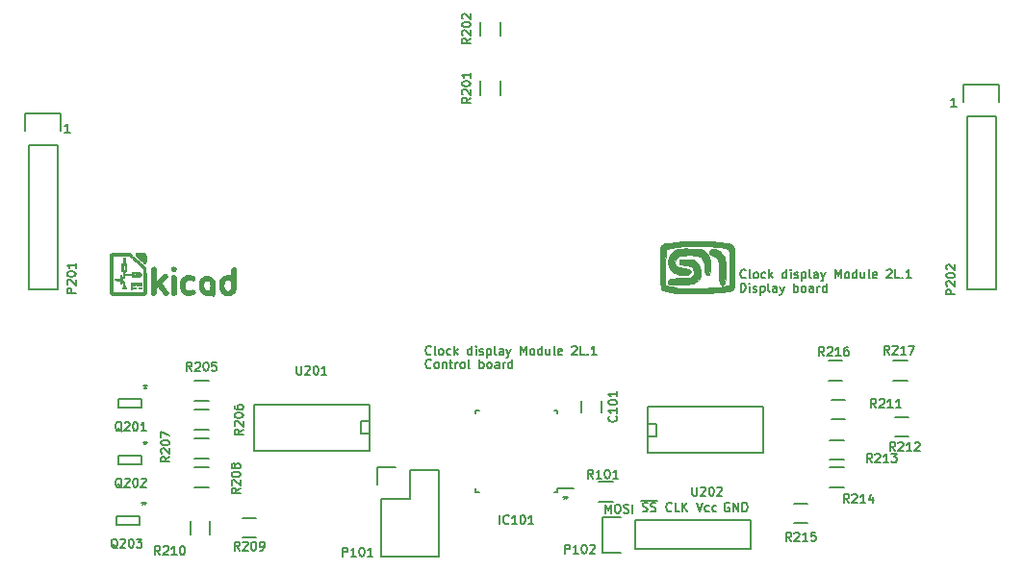
<source format=gto>
G04 #@! TF.FileFunction,Legend,Top*
%FSLAX46Y46*%
G04 Gerber Fmt 4.6, Leading zero omitted, Abs format (unit mm)*
G04 Created by KiCad (PCBNEW 0.201506222247+5806~23~ubuntu14.04.1-product) date Wed 01 Jul 2015 19:30:32 CEST*
%MOMM*%
G01*
G04 APERTURE LIST*
%ADD10C,0.100000*%
%ADD11C,0.127000*%
%ADD12C,0.150000*%
%ADD13R,1.500000X1.500000*%
%ADD14C,1.500000*%
%ADD15R,1.250000X1.500000*%
%ADD16R,1.600000X0.550000*%
%ADD17R,0.550000X1.600000*%
%ADD18R,2.032000X1.727200*%
%ADD19O,2.032000X1.727200*%
%ADD20R,0.300000X0.525000*%
%ADD21R,1.500000X1.300000*%
%ADD22R,1.300000X1.500000*%
%ADD23R,0.600000X1.600000*%
%ADD24R,0.600000X1.500000*%
%ADD25R,1.727200X1.727200*%
%ADD26O,1.727200X1.727200*%
%ADD27R,1.727200X2.032000*%
%ADD28O,1.727200X2.032000*%
%ADD29C,0.609600*%
G04 APERTURE END LIST*
D10*
D11*
X121756714Y-61050714D02*
X121321286Y-61050714D01*
X121539000Y-61050714D02*
X121539000Y-60288714D01*
X121466429Y-60397571D01*
X121393857Y-60470143D01*
X121321286Y-60506429D01*
X199734714Y-58764714D02*
X199299286Y-58764714D01*
X199517000Y-58764714D02*
X199517000Y-58002714D01*
X199444429Y-58111571D01*
X199371857Y-58184143D01*
X199299286Y-58220429D01*
X153524857Y-80574243D02*
X153488571Y-80610529D01*
X153379714Y-80646814D01*
X153307143Y-80646814D01*
X153198286Y-80610529D01*
X153125714Y-80537957D01*
X153089429Y-80465386D01*
X153053143Y-80320243D01*
X153053143Y-80211386D01*
X153089429Y-80066243D01*
X153125714Y-79993671D01*
X153198286Y-79921100D01*
X153307143Y-79884814D01*
X153379714Y-79884814D01*
X153488571Y-79921100D01*
X153524857Y-79957386D01*
X153960286Y-80646814D02*
X153887714Y-80610529D01*
X153851429Y-80537957D01*
X153851429Y-79884814D01*
X154359429Y-80646814D02*
X154286857Y-80610529D01*
X154250572Y-80574243D01*
X154214286Y-80501671D01*
X154214286Y-80283957D01*
X154250572Y-80211386D01*
X154286857Y-80175100D01*
X154359429Y-80138814D01*
X154468286Y-80138814D01*
X154540857Y-80175100D01*
X154577143Y-80211386D01*
X154613429Y-80283957D01*
X154613429Y-80501671D01*
X154577143Y-80574243D01*
X154540857Y-80610529D01*
X154468286Y-80646814D01*
X154359429Y-80646814D01*
X155266572Y-80610529D02*
X155194001Y-80646814D01*
X155048858Y-80646814D01*
X154976286Y-80610529D01*
X154940001Y-80574243D01*
X154903715Y-80501671D01*
X154903715Y-80283957D01*
X154940001Y-80211386D01*
X154976286Y-80175100D01*
X155048858Y-80138814D01*
X155194001Y-80138814D01*
X155266572Y-80175100D01*
X155593144Y-80646814D02*
X155593144Y-79884814D01*
X155665715Y-80356529D02*
X155883429Y-80646814D01*
X155883429Y-80138814D02*
X155593144Y-80429100D01*
X157117143Y-80646814D02*
X157117143Y-79884814D01*
X157117143Y-80610529D02*
X157044572Y-80646814D01*
X156899429Y-80646814D01*
X156826857Y-80610529D01*
X156790572Y-80574243D01*
X156754286Y-80501671D01*
X156754286Y-80283957D01*
X156790572Y-80211386D01*
X156826857Y-80175100D01*
X156899429Y-80138814D01*
X157044572Y-80138814D01*
X157117143Y-80175100D01*
X157480001Y-80646814D02*
X157480001Y-80138814D01*
X157480001Y-79884814D02*
X157443715Y-79921100D01*
X157480001Y-79957386D01*
X157516286Y-79921100D01*
X157480001Y-79884814D01*
X157480001Y-79957386D01*
X157806572Y-80610529D02*
X157879143Y-80646814D01*
X158024286Y-80646814D01*
X158096858Y-80610529D01*
X158133143Y-80537957D01*
X158133143Y-80501671D01*
X158096858Y-80429100D01*
X158024286Y-80392814D01*
X157915429Y-80392814D01*
X157842858Y-80356529D01*
X157806572Y-80283957D01*
X157806572Y-80247671D01*
X157842858Y-80175100D01*
X157915429Y-80138814D01*
X158024286Y-80138814D01*
X158096858Y-80175100D01*
X158459715Y-80138814D02*
X158459715Y-80900814D01*
X158459715Y-80175100D02*
X158532286Y-80138814D01*
X158677429Y-80138814D01*
X158750000Y-80175100D01*
X158786286Y-80211386D01*
X158822572Y-80283957D01*
X158822572Y-80501671D01*
X158786286Y-80574243D01*
X158750000Y-80610529D01*
X158677429Y-80646814D01*
X158532286Y-80646814D01*
X158459715Y-80610529D01*
X159258001Y-80646814D02*
X159185429Y-80610529D01*
X159149144Y-80537957D01*
X159149144Y-79884814D01*
X159874858Y-80646814D02*
X159874858Y-80247671D01*
X159838572Y-80175100D01*
X159766001Y-80138814D01*
X159620858Y-80138814D01*
X159548287Y-80175100D01*
X159874858Y-80610529D02*
X159802287Y-80646814D01*
X159620858Y-80646814D01*
X159548287Y-80610529D01*
X159512001Y-80537957D01*
X159512001Y-80465386D01*
X159548287Y-80392814D01*
X159620858Y-80356529D01*
X159802287Y-80356529D01*
X159874858Y-80320243D01*
X160165144Y-80138814D02*
X160346573Y-80646814D01*
X160528001Y-80138814D02*
X160346573Y-80646814D01*
X160274001Y-80828243D01*
X160237716Y-80864529D01*
X160165144Y-80900814D01*
X161398858Y-80646814D02*
X161398858Y-79884814D01*
X161652858Y-80429100D01*
X161906858Y-79884814D01*
X161906858Y-80646814D01*
X162378572Y-80646814D02*
X162306000Y-80610529D01*
X162269715Y-80574243D01*
X162233429Y-80501671D01*
X162233429Y-80283957D01*
X162269715Y-80211386D01*
X162306000Y-80175100D01*
X162378572Y-80138814D01*
X162487429Y-80138814D01*
X162560000Y-80175100D01*
X162596286Y-80211386D01*
X162632572Y-80283957D01*
X162632572Y-80501671D01*
X162596286Y-80574243D01*
X162560000Y-80610529D01*
X162487429Y-80646814D01*
X162378572Y-80646814D01*
X163285715Y-80646814D02*
X163285715Y-79884814D01*
X163285715Y-80610529D02*
X163213144Y-80646814D01*
X163068001Y-80646814D01*
X162995429Y-80610529D01*
X162959144Y-80574243D01*
X162922858Y-80501671D01*
X162922858Y-80283957D01*
X162959144Y-80211386D01*
X162995429Y-80175100D01*
X163068001Y-80138814D01*
X163213144Y-80138814D01*
X163285715Y-80175100D01*
X163975144Y-80138814D02*
X163975144Y-80646814D01*
X163648573Y-80138814D02*
X163648573Y-80537957D01*
X163684858Y-80610529D01*
X163757430Y-80646814D01*
X163866287Y-80646814D01*
X163938858Y-80610529D01*
X163975144Y-80574243D01*
X164446859Y-80646814D02*
X164374287Y-80610529D01*
X164338002Y-80537957D01*
X164338002Y-79884814D01*
X165027430Y-80610529D02*
X164954859Y-80646814D01*
X164809716Y-80646814D01*
X164737145Y-80610529D01*
X164700859Y-80537957D01*
X164700859Y-80247671D01*
X164737145Y-80175100D01*
X164809716Y-80138814D01*
X164954859Y-80138814D01*
X165027430Y-80175100D01*
X165063716Y-80247671D01*
X165063716Y-80320243D01*
X164700859Y-80392814D01*
X165934573Y-79957386D02*
X165970859Y-79921100D01*
X166043430Y-79884814D01*
X166224859Y-79884814D01*
X166297430Y-79921100D01*
X166333716Y-79957386D01*
X166370001Y-80029957D01*
X166370001Y-80102529D01*
X166333716Y-80211386D01*
X165898287Y-80646814D01*
X166370001Y-80646814D01*
X167059430Y-80646814D02*
X166696573Y-80646814D01*
X166696573Y-79884814D01*
X167313430Y-80574243D02*
X167349715Y-80610529D01*
X167313430Y-80646814D01*
X167277144Y-80610529D01*
X167313430Y-80574243D01*
X167313430Y-80646814D01*
X168075429Y-80646814D02*
X167640001Y-80646814D01*
X167857715Y-80646814D02*
X167857715Y-79884814D01*
X167785144Y-79993671D01*
X167712572Y-80066243D01*
X167640001Y-80102529D01*
X153524857Y-81768043D02*
X153488571Y-81804329D01*
X153379714Y-81840614D01*
X153307143Y-81840614D01*
X153198286Y-81804329D01*
X153125714Y-81731757D01*
X153089429Y-81659186D01*
X153053143Y-81514043D01*
X153053143Y-81405186D01*
X153089429Y-81260043D01*
X153125714Y-81187471D01*
X153198286Y-81114900D01*
X153307143Y-81078614D01*
X153379714Y-81078614D01*
X153488571Y-81114900D01*
X153524857Y-81151186D01*
X153960286Y-81840614D02*
X153887714Y-81804329D01*
X153851429Y-81768043D01*
X153815143Y-81695471D01*
X153815143Y-81477757D01*
X153851429Y-81405186D01*
X153887714Y-81368900D01*
X153960286Y-81332614D01*
X154069143Y-81332614D01*
X154141714Y-81368900D01*
X154178000Y-81405186D01*
X154214286Y-81477757D01*
X154214286Y-81695471D01*
X154178000Y-81768043D01*
X154141714Y-81804329D01*
X154069143Y-81840614D01*
X153960286Y-81840614D01*
X154540858Y-81332614D02*
X154540858Y-81840614D01*
X154540858Y-81405186D02*
X154577143Y-81368900D01*
X154649715Y-81332614D01*
X154758572Y-81332614D01*
X154831143Y-81368900D01*
X154867429Y-81441471D01*
X154867429Y-81840614D01*
X155121429Y-81332614D02*
X155411715Y-81332614D01*
X155230287Y-81078614D02*
X155230287Y-81731757D01*
X155266572Y-81804329D01*
X155339144Y-81840614D01*
X155411715Y-81840614D01*
X155665716Y-81840614D02*
X155665716Y-81332614D01*
X155665716Y-81477757D02*
X155702001Y-81405186D01*
X155738287Y-81368900D01*
X155810858Y-81332614D01*
X155883430Y-81332614D01*
X156246287Y-81840614D02*
X156173715Y-81804329D01*
X156137430Y-81768043D01*
X156101144Y-81695471D01*
X156101144Y-81477757D01*
X156137430Y-81405186D01*
X156173715Y-81368900D01*
X156246287Y-81332614D01*
X156355144Y-81332614D01*
X156427715Y-81368900D01*
X156464001Y-81405186D01*
X156500287Y-81477757D01*
X156500287Y-81695471D01*
X156464001Y-81768043D01*
X156427715Y-81804329D01*
X156355144Y-81840614D01*
X156246287Y-81840614D01*
X156935716Y-81840614D02*
X156863144Y-81804329D01*
X156826859Y-81731757D01*
X156826859Y-81078614D01*
X157806573Y-81840614D02*
X157806573Y-81078614D01*
X157806573Y-81368900D02*
X157879144Y-81332614D01*
X158024287Y-81332614D01*
X158096858Y-81368900D01*
X158133144Y-81405186D01*
X158169430Y-81477757D01*
X158169430Y-81695471D01*
X158133144Y-81768043D01*
X158096858Y-81804329D01*
X158024287Y-81840614D01*
X157879144Y-81840614D01*
X157806573Y-81804329D01*
X158604859Y-81840614D02*
X158532287Y-81804329D01*
X158496002Y-81768043D01*
X158459716Y-81695471D01*
X158459716Y-81477757D01*
X158496002Y-81405186D01*
X158532287Y-81368900D01*
X158604859Y-81332614D01*
X158713716Y-81332614D01*
X158786287Y-81368900D01*
X158822573Y-81405186D01*
X158858859Y-81477757D01*
X158858859Y-81695471D01*
X158822573Y-81768043D01*
X158786287Y-81804329D01*
X158713716Y-81840614D01*
X158604859Y-81840614D01*
X159512002Y-81840614D02*
X159512002Y-81441471D01*
X159475716Y-81368900D01*
X159403145Y-81332614D01*
X159258002Y-81332614D01*
X159185431Y-81368900D01*
X159512002Y-81804329D02*
X159439431Y-81840614D01*
X159258002Y-81840614D01*
X159185431Y-81804329D01*
X159149145Y-81731757D01*
X159149145Y-81659186D01*
X159185431Y-81586614D01*
X159258002Y-81550329D01*
X159439431Y-81550329D01*
X159512002Y-81514043D01*
X159874860Y-81840614D02*
X159874860Y-81332614D01*
X159874860Y-81477757D02*
X159911145Y-81405186D01*
X159947431Y-81368900D01*
X160020002Y-81332614D01*
X160092574Y-81332614D01*
X160673145Y-81840614D02*
X160673145Y-81078614D01*
X160673145Y-81804329D02*
X160600574Y-81840614D01*
X160455431Y-81840614D01*
X160382859Y-81804329D01*
X160346574Y-81768043D01*
X160310288Y-81695471D01*
X160310288Y-81477757D01*
X160346574Y-81405186D01*
X160382859Y-81368900D01*
X160455431Y-81332614D01*
X160600574Y-81332614D01*
X160673145Y-81368900D01*
X181210857Y-73843243D02*
X181174571Y-73879529D01*
X181065714Y-73915814D01*
X180993143Y-73915814D01*
X180884286Y-73879529D01*
X180811714Y-73806957D01*
X180775429Y-73734386D01*
X180739143Y-73589243D01*
X180739143Y-73480386D01*
X180775429Y-73335243D01*
X180811714Y-73262671D01*
X180884286Y-73190100D01*
X180993143Y-73153814D01*
X181065714Y-73153814D01*
X181174571Y-73190100D01*
X181210857Y-73226386D01*
X181646286Y-73915814D02*
X181573714Y-73879529D01*
X181537429Y-73806957D01*
X181537429Y-73153814D01*
X182045429Y-73915814D02*
X181972857Y-73879529D01*
X181936572Y-73843243D01*
X181900286Y-73770671D01*
X181900286Y-73552957D01*
X181936572Y-73480386D01*
X181972857Y-73444100D01*
X182045429Y-73407814D01*
X182154286Y-73407814D01*
X182226857Y-73444100D01*
X182263143Y-73480386D01*
X182299429Y-73552957D01*
X182299429Y-73770671D01*
X182263143Y-73843243D01*
X182226857Y-73879529D01*
X182154286Y-73915814D01*
X182045429Y-73915814D01*
X182952572Y-73879529D02*
X182880001Y-73915814D01*
X182734858Y-73915814D01*
X182662286Y-73879529D01*
X182626001Y-73843243D01*
X182589715Y-73770671D01*
X182589715Y-73552957D01*
X182626001Y-73480386D01*
X182662286Y-73444100D01*
X182734858Y-73407814D01*
X182880001Y-73407814D01*
X182952572Y-73444100D01*
X183279144Y-73915814D02*
X183279144Y-73153814D01*
X183351715Y-73625529D02*
X183569429Y-73915814D01*
X183569429Y-73407814D02*
X183279144Y-73698100D01*
X184803143Y-73915814D02*
X184803143Y-73153814D01*
X184803143Y-73879529D02*
X184730572Y-73915814D01*
X184585429Y-73915814D01*
X184512857Y-73879529D01*
X184476572Y-73843243D01*
X184440286Y-73770671D01*
X184440286Y-73552957D01*
X184476572Y-73480386D01*
X184512857Y-73444100D01*
X184585429Y-73407814D01*
X184730572Y-73407814D01*
X184803143Y-73444100D01*
X185166001Y-73915814D02*
X185166001Y-73407814D01*
X185166001Y-73153814D02*
X185129715Y-73190100D01*
X185166001Y-73226386D01*
X185202286Y-73190100D01*
X185166001Y-73153814D01*
X185166001Y-73226386D01*
X185492572Y-73879529D02*
X185565143Y-73915814D01*
X185710286Y-73915814D01*
X185782858Y-73879529D01*
X185819143Y-73806957D01*
X185819143Y-73770671D01*
X185782858Y-73698100D01*
X185710286Y-73661814D01*
X185601429Y-73661814D01*
X185528858Y-73625529D01*
X185492572Y-73552957D01*
X185492572Y-73516671D01*
X185528858Y-73444100D01*
X185601429Y-73407814D01*
X185710286Y-73407814D01*
X185782858Y-73444100D01*
X186145715Y-73407814D02*
X186145715Y-74169814D01*
X186145715Y-73444100D02*
X186218286Y-73407814D01*
X186363429Y-73407814D01*
X186436000Y-73444100D01*
X186472286Y-73480386D01*
X186508572Y-73552957D01*
X186508572Y-73770671D01*
X186472286Y-73843243D01*
X186436000Y-73879529D01*
X186363429Y-73915814D01*
X186218286Y-73915814D01*
X186145715Y-73879529D01*
X186944001Y-73915814D02*
X186871429Y-73879529D01*
X186835144Y-73806957D01*
X186835144Y-73153814D01*
X187560858Y-73915814D02*
X187560858Y-73516671D01*
X187524572Y-73444100D01*
X187452001Y-73407814D01*
X187306858Y-73407814D01*
X187234287Y-73444100D01*
X187560858Y-73879529D02*
X187488287Y-73915814D01*
X187306858Y-73915814D01*
X187234287Y-73879529D01*
X187198001Y-73806957D01*
X187198001Y-73734386D01*
X187234287Y-73661814D01*
X187306858Y-73625529D01*
X187488287Y-73625529D01*
X187560858Y-73589243D01*
X187851144Y-73407814D02*
X188032573Y-73915814D01*
X188214001Y-73407814D02*
X188032573Y-73915814D01*
X187960001Y-74097243D01*
X187923716Y-74133529D01*
X187851144Y-74169814D01*
X189084858Y-73915814D02*
X189084858Y-73153814D01*
X189338858Y-73698100D01*
X189592858Y-73153814D01*
X189592858Y-73915814D01*
X190064572Y-73915814D02*
X189992000Y-73879529D01*
X189955715Y-73843243D01*
X189919429Y-73770671D01*
X189919429Y-73552957D01*
X189955715Y-73480386D01*
X189992000Y-73444100D01*
X190064572Y-73407814D01*
X190173429Y-73407814D01*
X190246000Y-73444100D01*
X190282286Y-73480386D01*
X190318572Y-73552957D01*
X190318572Y-73770671D01*
X190282286Y-73843243D01*
X190246000Y-73879529D01*
X190173429Y-73915814D01*
X190064572Y-73915814D01*
X190971715Y-73915814D02*
X190971715Y-73153814D01*
X190971715Y-73879529D02*
X190899144Y-73915814D01*
X190754001Y-73915814D01*
X190681429Y-73879529D01*
X190645144Y-73843243D01*
X190608858Y-73770671D01*
X190608858Y-73552957D01*
X190645144Y-73480386D01*
X190681429Y-73444100D01*
X190754001Y-73407814D01*
X190899144Y-73407814D01*
X190971715Y-73444100D01*
X191661144Y-73407814D02*
X191661144Y-73915814D01*
X191334573Y-73407814D02*
X191334573Y-73806957D01*
X191370858Y-73879529D01*
X191443430Y-73915814D01*
X191552287Y-73915814D01*
X191624858Y-73879529D01*
X191661144Y-73843243D01*
X192132859Y-73915814D02*
X192060287Y-73879529D01*
X192024002Y-73806957D01*
X192024002Y-73153814D01*
X192713430Y-73879529D02*
X192640859Y-73915814D01*
X192495716Y-73915814D01*
X192423145Y-73879529D01*
X192386859Y-73806957D01*
X192386859Y-73516671D01*
X192423145Y-73444100D01*
X192495716Y-73407814D01*
X192640859Y-73407814D01*
X192713430Y-73444100D01*
X192749716Y-73516671D01*
X192749716Y-73589243D01*
X192386859Y-73661814D01*
X193620573Y-73226386D02*
X193656859Y-73190100D01*
X193729430Y-73153814D01*
X193910859Y-73153814D01*
X193983430Y-73190100D01*
X194019716Y-73226386D01*
X194056001Y-73298957D01*
X194056001Y-73371529D01*
X194019716Y-73480386D01*
X193584287Y-73915814D01*
X194056001Y-73915814D01*
X194745430Y-73915814D02*
X194382573Y-73915814D01*
X194382573Y-73153814D01*
X194999430Y-73843243D02*
X195035715Y-73879529D01*
X194999430Y-73915814D01*
X194963144Y-73879529D01*
X194999430Y-73843243D01*
X194999430Y-73915814D01*
X195761429Y-73915814D02*
X195326001Y-73915814D01*
X195543715Y-73915814D02*
X195543715Y-73153814D01*
X195471144Y-73262671D01*
X195398572Y-73335243D01*
X195326001Y-73371529D01*
X180775429Y-75109614D02*
X180775429Y-74347614D01*
X180956857Y-74347614D01*
X181065714Y-74383900D01*
X181138286Y-74456471D01*
X181174571Y-74529043D01*
X181210857Y-74674186D01*
X181210857Y-74783043D01*
X181174571Y-74928186D01*
X181138286Y-75000757D01*
X181065714Y-75073329D01*
X180956857Y-75109614D01*
X180775429Y-75109614D01*
X181537429Y-75109614D02*
X181537429Y-74601614D01*
X181537429Y-74347614D02*
X181501143Y-74383900D01*
X181537429Y-74420186D01*
X181573714Y-74383900D01*
X181537429Y-74347614D01*
X181537429Y-74420186D01*
X181864000Y-75073329D02*
X181936571Y-75109614D01*
X182081714Y-75109614D01*
X182154286Y-75073329D01*
X182190571Y-75000757D01*
X182190571Y-74964471D01*
X182154286Y-74891900D01*
X182081714Y-74855614D01*
X181972857Y-74855614D01*
X181900286Y-74819329D01*
X181864000Y-74746757D01*
X181864000Y-74710471D01*
X181900286Y-74637900D01*
X181972857Y-74601614D01*
X182081714Y-74601614D01*
X182154286Y-74637900D01*
X182517143Y-74601614D02*
X182517143Y-75363614D01*
X182517143Y-74637900D02*
X182589714Y-74601614D01*
X182734857Y-74601614D01*
X182807428Y-74637900D01*
X182843714Y-74674186D01*
X182880000Y-74746757D01*
X182880000Y-74964471D01*
X182843714Y-75037043D01*
X182807428Y-75073329D01*
X182734857Y-75109614D01*
X182589714Y-75109614D01*
X182517143Y-75073329D01*
X183315429Y-75109614D02*
X183242857Y-75073329D01*
X183206572Y-75000757D01*
X183206572Y-74347614D01*
X183932286Y-75109614D02*
X183932286Y-74710471D01*
X183896000Y-74637900D01*
X183823429Y-74601614D01*
X183678286Y-74601614D01*
X183605715Y-74637900D01*
X183932286Y-75073329D02*
X183859715Y-75109614D01*
X183678286Y-75109614D01*
X183605715Y-75073329D01*
X183569429Y-75000757D01*
X183569429Y-74928186D01*
X183605715Y-74855614D01*
X183678286Y-74819329D01*
X183859715Y-74819329D01*
X183932286Y-74783043D01*
X184222572Y-74601614D02*
X184404001Y-75109614D01*
X184585429Y-74601614D02*
X184404001Y-75109614D01*
X184331429Y-75291043D01*
X184295144Y-75327329D01*
X184222572Y-75363614D01*
X185456286Y-75109614D02*
X185456286Y-74347614D01*
X185456286Y-74637900D02*
X185528857Y-74601614D01*
X185674000Y-74601614D01*
X185746571Y-74637900D01*
X185782857Y-74674186D01*
X185819143Y-74746757D01*
X185819143Y-74964471D01*
X185782857Y-75037043D01*
X185746571Y-75073329D01*
X185674000Y-75109614D01*
X185528857Y-75109614D01*
X185456286Y-75073329D01*
X186254572Y-75109614D02*
X186182000Y-75073329D01*
X186145715Y-75037043D01*
X186109429Y-74964471D01*
X186109429Y-74746757D01*
X186145715Y-74674186D01*
X186182000Y-74637900D01*
X186254572Y-74601614D01*
X186363429Y-74601614D01*
X186436000Y-74637900D01*
X186472286Y-74674186D01*
X186508572Y-74746757D01*
X186508572Y-74964471D01*
X186472286Y-75037043D01*
X186436000Y-75073329D01*
X186363429Y-75109614D01*
X186254572Y-75109614D01*
X187161715Y-75109614D02*
X187161715Y-74710471D01*
X187125429Y-74637900D01*
X187052858Y-74601614D01*
X186907715Y-74601614D01*
X186835144Y-74637900D01*
X187161715Y-75073329D02*
X187089144Y-75109614D01*
X186907715Y-75109614D01*
X186835144Y-75073329D01*
X186798858Y-75000757D01*
X186798858Y-74928186D01*
X186835144Y-74855614D01*
X186907715Y-74819329D01*
X187089144Y-74819329D01*
X187161715Y-74783043D01*
X187524573Y-75109614D02*
X187524573Y-74601614D01*
X187524573Y-74746757D02*
X187560858Y-74674186D01*
X187597144Y-74637900D01*
X187669715Y-74601614D01*
X187742287Y-74601614D01*
X188322858Y-75109614D02*
X188322858Y-74347614D01*
X188322858Y-75073329D02*
X188250287Y-75109614D01*
X188105144Y-75109614D01*
X188032572Y-75073329D01*
X187996287Y-75037043D01*
X187960001Y-74964471D01*
X187960001Y-74746757D01*
X187996287Y-74674186D01*
X188032572Y-74637900D01*
X188105144Y-74601614D01*
X188250287Y-74601614D01*
X188322858Y-74637900D01*
X165354001Y-93054714D02*
X165354001Y-93236143D01*
X165172572Y-93163571D02*
X165354001Y-93236143D01*
X165535429Y-93163571D01*
X165245144Y-93381286D02*
X165354001Y-93236143D01*
X165462858Y-93381286D01*
X179759428Y-93726000D02*
X179686857Y-93689714D01*
X179578000Y-93689714D01*
X179469143Y-93726000D01*
X179396571Y-93798571D01*
X179360286Y-93871143D01*
X179324000Y-94016286D01*
X179324000Y-94125143D01*
X179360286Y-94270286D01*
X179396571Y-94342857D01*
X179469143Y-94415429D01*
X179578000Y-94451714D01*
X179650571Y-94451714D01*
X179759428Y-94415429D01*
X179795714Y-94379143D01*
X179795714Y-94125143D01*
X179650571Y-94125143D01*
X180122286Y-94451714D02*
X180122286Y-93689714D01*
X180557714Y-94451714D01*
X180557714Y-93689714D01*
X180920572Y-94451714D02*
X180920572Y-93689714D01*
X181102000Y-93689714D01*
X181210857Y-93726000D01*
X181283429Y-93798571D01*
X181319714Y-93871143D01*
X181356000Y-94016286D01*
X181356000Y-94125143D01*
X181319714Y-94270286D01*
X181283429Y-94342857D01*
X181210857Y-94415429D01*
X181102000Y-94451714D01*
X180920572Y-94451714D01*
X176892857Y-93689714D02*
X177146857Y-94451714D01*
X177400857Y-93689714D01*
X177981429Y-94415429D02*
X177908858Y-94451714D01*
X177763715Y-94451714D01*
X177691143Y-94415429D01*
X177654858Y-94379143D01*
X177618572Y-94306571D01*
X177618572Y-94088857D01*
X177654858Y-94016286D01*
X177691143Y-93980000D01*
X177763715Y-93943714D01*
X177908858Y-93943714D01*
X177981429Y-93980000D01*
X178634572Y-94415429D02*
X178562001Y-94451714D01*
X178416858Y-94451714D01*
X178344286Y-94415429D01*
X178308001Y-94379143D01*
X178271715Y-94306571D01*
X178271715Y-94088857D01*
X178308001Y-94016286D01*
X178344286Y-93980000D01*
X178416858Y-93943714D01*
X178562001Y-93943714D01*
X178634572Y-93980000D01*
X174679429Y-94379143D02*
X174643143Y-94415429D01*
X174534286Y-94451714D01*
X174461715Y-94451714D01*
X174352858Y-94415429D01*
X174280286Y-94342857D01*
X174244001Y-94270286D01*
X174207715Y-94125143D01*
X174207715Y-94016286D01*
X174244001Y-93871143D01*
X174280286Y-93798571D01*
X174352858Y-93726000D01*
X174461715Y-93689714D01*
X174534286Y-93689714D01*
X174643143Y-93726000D01*
X174679429Y-93762286D01*
X175368858Y-94451714D02*
X175006001Y-94451714D01*
X175006001Y-93689714D01*
X175622858Y-94451714D02*
X175622858Y-93689714D01*
X176058286Y-94451714D02*
X175731715Y-94016286D01*
X176058286Y-93689714D02*
X175622858Y-94125143D01*
X172139429Y-94415429D02*
X172248286Y-94451714D01*
X172429715Y-94451714D01*
X172502286Y-94415429D01*
X172538572Y-94379143D01*
X172574857Y-94306571D01*
X172574857Y-94234000D01*
X172538572Y-94161429D01*
X172502286Y-94125143D01*
X172429715Y-94088857D01*
X172284572Y-94052571D01*
X172212000Y-94016286D01*
X172175715Y-93980000D01*
X172139429Y-93907429D01*
X172139429Y-93834857D01*
X172175715Y-93762286D01*
X172212000Y-93726000D01*
X172284572Y-93689714D01*
X172466000Y-93689714D01*
X172574857Y-93726000D01*
X172865143Y-94415429D02*
X172974000Y-94451714D01*
X173155429Y-94451714D01*
X173228000Y-94415429D01*
X173264286Y-94379143D01*
X173300571Y-94306571D01*
X173300571Y-94234000D01*
X173264286Y-94161429D01*
X173228000Y-94125143D01*
X173155429Y-94088857D01*
X173010286Y-94052571D01*
X172937714Y-94016286D01*
X172901429Y-93980000D01*
X172865143Y-93907429D01*
X172865143Y-93834857D01*
X172901429Y-93762286D01*
X172937714Y-93726000D01*
X173010286Y-93689714D01*
X173191714Y-93689714D01*
X173300571Y-93726000D01*
X171994286Y-93558360D02*
X173445714Y-93558360D01*
X168855572Y-94578714D02*
X168855572Y-93816714D01*
X169109572Y-94361000D01*
X169363572Y-93816714D01*
X169363572Y-94578714D01*
X169871571Y-93816714D02*
X170016714Y-93816714D01*
X170089286Y-93853000D01*
X170161857Y-93925571D01*
X170198143Y-94070714D01*
X170198143Y-94324714D01*
X170161857Y-94469857D01*
X170089286Y-94542429D01*
X170016714Y-94578714D01*
X169871571Y-94578714D01*
X169799000Y-94542429D01*
X169726429Y-94469857D01*
X169690143Y-94324714D01*
X169690143Y-94070714D01*
X169726429Y-93925571D01*
X169799000Y-93853000D01*
X169871571Y-93816714D01*
X170488429Y-94542429D02*
X170597286Y-94578714D01*
X170778715Y-94578714D01*
X170851286Y-94542429D01*
X170887572Y-94506143D01*
X170923857Y-94433571D01*
X170923857Y-94361000D01*
X170887572Y-94288429D01*
X170851286Y-94252143D01*
X170778715Y-94215857D01*
X170633572Y-94179571D01*
X170561000Y-94143286D01*
X170524715Y-94107000D01*
X170488429Y-94034429D01*
X170488429Y-93961857D01*
X170524715Y-93889286D01*
X170561000Y-93853000D01*
X170633572Y-93816714D01*
X170815000Y-93816714D01*
X170923857Y-93853000D01*
X171250429Y-94578714D02*
X171250429Y-93816714D01*
D12*
X166790000Y-84717000D02*
X166790000Y-85717000D01*
X168490000Y-85717000D02*
X168490000Y-84717000D01*
X164661000Y-92779000D02*
X164661000Y-92454000D01*
X157411000Y-92779000D02*
X157411000Y-92454000D01*
X157411000Y-85529000D02*
X157411000Y-85854000D01*
X164661000Y-85529000D02*
X164661000Y-85854000D01*
X164661000Y-92779000D02*
X164336000Y-92779000D01*
X164661000Y-85529000D02*
X164336000Y-85529000D01*
X157411000Y-85529000D02*
X157736000Y-85529000D01*
X157411000Y-92779000D02*
X157736000Y-92779000D01*
X164661000Y-92454000D02*
X166086000Y-92454000D01*
X128016000Y-85344000D02*
X125984000Y-85344000D01*
X125984000Y-85344000D02*
X125984000Y-84582000D01*
X125984000Y-84582000D02*
X128016000Y-84582000D01*
X128016000Y-84582000D02*
X128016000Y-85344000D01*
X128016000Y-90297000D02*
X125984000Y-90297000D01*
X125984000Y-90297000D02*
X125984000Y-89535000D01*
X125984000Y-89535000D02*
X128016000Y-89535000D01*
X128016000Y-89535000D02*
X128016000Y-90297000D01*
X127889000Y-95631000D02*
X125857000Y-95631000D01*
X125857000Y-95631000D02*
X125857000Y-94869000D01*
X125857000Y-94869000D02*
X127889000Y-94869000D01*
X127889000Y-94869000D02*
X127889000Y-95631000D01*
X168310000Y-91835000D02*
X169510000Y-91835000D01*
X169510000Y-93585000D02*
X168310000Y-93585000D01*
X159625000Y-56550000D02*
X159625000Y-57750000D01*
X157875000Y-57750000D02*
X157875000Y-56550000D01*
X159625000Y-51343000D02*
X159625000Y-52543000D01*
X157875000Y-52543000D02*
X157875000Y-51343000D01*
X133950000Y-84695000D02*
X132750000Y-84695000D01*
X132750000Y-82945000D02*
X133950000Y-82945000D01*
X133950000Y-87235000D02*
X132750000Y-87235000D01*
X132750000Y-85485000D02*
X133950000Y-85485000D01*
X133950000Y-89775000D02*
X132750000Y-89775000D01*
X132750000Y-88025000D02*
X133950000Y-88025000D01*
X133950000Y-92315000D02*
X132750000Y-92315000D01*
X132750000Y-90565000D02*
X133950000Y-90565000D01*
X138141000Y-96760000D02*
X136941000Y-96760000D01*
X136941000Y-95010000D02*
X138141000Y-95010000D01*
X134098000Y-95285000D02*
X134098000Y-96485000D01*
X132348000Y-96485000D02*
X132348000Y-95285000D01*
X188757000Y-84596000D02*
X189957000Y-84596000D01*
X189957000Y-86346000D02*
X188757000Y-86346000D01*
X194345000Y-86120000D02*
X195545000Y-86120000D01*
X195545000Y-87870000D02*
X194345000Y-87870000D01*
X188630000Y-88152000D02*
X189830000Y-88152000D01*
X189830000Y-89902000D02*
X188630000Y-89902000D01*
X188630000Y-90565000D02*
X189830000Y-90565000D01*
X189830000Y-92315000D02*
X188630000Y-92315000D01*
X185455000Y-93740000D02*
X186655000Y-93740000D01*
X186655000Y-95490000D02*
X185455000Y-95490000D01*
X188503000Y-81167000D02*
X189703000Y-81167000D01*
X189703000Y-82917000D02*
X188503000Y-82917000D01*
X194218000Y-81167000D02*
X195418000Y-81167000D01*
X195418000Y-82917000D02*
X194218000Y-82917000D01*
X148082000Y-87630000D02*
X147320000Y-87630000D01*
X147320000Y-87630000D02*
X147320000Y-86487000D01*
X147320000Y-86487000D02*
X148082000Y-86487000D01*
X148082000Y-89154000D02*
X137922000Y-89154000D01*
X137922000Y-89154000D02*
X137922000Y-85090000D01*
X137922000Y-85090000D02*
X148082000Y-85090000D01*
X148082000Y-85090000D02*
X148082000Y-89154000D01*
X172593000Y-86741000D02*
X173355000Y-86741000D01*
X173355000Y-86741000D02*
X173355000Y-87884000D01*
X173355000Y-87884000D02*
X172593000Y-87884000D01*
X172593000Y-85217000D02*
X182753000Y-85217000D01*
X182753000Y-85217000D02*
X182753000Y-89281000D01*
X182753000Y-89281000D02*
X172593000Y-89281000D01*
X172593000Y-89281000D02*
X172593000Y-85217000D01*
X149098000Y-93345000D02*
X149098000Y-98425000D01*
X148818000Y-90525000D02*
X150368000Y-90525000D01*
X151638000Y-90805000D02*
X151638000Y-93345000D01*
X151638000Y-93345000D02*
X149098000Y-93345000D01*
X149098000Y-98425000D02*
X154178000Y-98425000D01*
X154178000Y-98425000D02*
X154178000Y-93345000D01*
X148818000Y-90525000D02*
X148818000Y-92075000D01*
X154178000Y-90805000D02*
X151638000Y-90805000D01*
X154178000Y-93345000D02*
X154178000Y-90805000D01*
X170180000Y-98070000D02*
X168630000Y-98070000D01*
X168630000Y-98070000D02*
X168630000Y-94970000D01*
X168630000Y-94970000D02*
X170180000Y-94970000D01*
X171450000Y-95250000D02*
X181610000Y-95250000D01*
X181610000Y-95250000D02*
X181610000Y-97790000D01*
X181610000Y-97790000D02*
X171450000Y-97790000D01*
X171450000Y-95250000D02*
X171450000Y-97790000D01*
X120650000Y-62230000D02*
X120650000Y-74930000D01*
X120650000Y-74930000D02*
X118110000Y-74930000D01*
X118110000Y-74930000D02*
X118110000Y-62230000D01*
X120930000Y-59410000D02*
X120930000Y-60960000D01*
X120650000Y-62230000D02*
X118110000Y-62230000D01*
X117830000Y-60960000D02*
X117830000Y-59410000D01*
X117830000Y-59410000D02*
X120930000Y-59410000D01*
X203200000Y-59690000D02*
X203200000Y-74930000D01*
X203200000Y-74930000D02*
X200660000Y-74930000D01*
X200660000Y-74930000D02*
X200660000Y-59690000D01*
X203480000Y-56870000D02*
X203480000Y-58420000D01*
X203200000Y-59690000D02*
X200660000Y-59690000D01*
X200380000Y-58420000D02*
X200380000Y-56870000D01*
X200380000Y-56870000D02*
X203480000Y-56870000D01*
D10*
G36*
X134511898Y-74692053D02*
X134510458Y-74882921D01*
X134510334Y-74891623D01*
X134503583Y-75357070D01*
X134444195Y-75408118D01*
X134364251Y-75452807D01*
X134280712Y-75456865D01*
X134200791Y-75420589D01*
X134173485Y-75396908D01*
X134131688Y-75358367D01*
X134112000Y-75350766D01*
X134112000Y-74571792D01*
X134105338Y-74426606D01*
X134084006Y-74315007D01*
X134045985Y-74230181D01*
X133992329Y-74167982D01*
X133905924Y-74117882D01*
X133808728Y-74102518D01*
X133710923Y-74119853D01*
X133622694Y-74167852D01*
X133554224Y-74244479D01*
X133546986Y-74257022D01*
X133524122Y-74325736D01*
X133510320Y-74422279D01*
X133505459Y-74533657D01*
X133509423Y-74646874D01*
X133522092Y-74748938D01*
X133543349Y-74826855D01*
X133552349Y-74845261D01*
X133623342Y-74933490D01*
X133710202Y-74990675D01*
X133804943Y-75014873D01*
X133899581Y-75004136D01*
X133986129Y-74956519D01*
X133991192Y-74952183D01*
X134049978Y-74883541D01*
X134088065Y-74795453D01*
X134107810Y-74680495D01*
X134112000Y-74571792D01*
X134112000Y-75350766D01*
X134100245Y-75346229D01*
X134060456Y-75356107D01*
X134038210Y-75365158D01*
X133977645Y-75381161D01*
X133892773Y-75392109D01*
X133811055Y-75395649D01*
X133712326Y-75391682D01*
X133633340Y-75376629D01*
X133551982Y-75345727D01*
X133528124Y-75334703D01*
X133380772Y-75245487D01*
X133265089Y-75131457D01*
X133180234Y-74991038D01*
X133125366Y-74822654D01*
X133099644Y-74624730D01*
X133097343Y-74527833D01*
X133108511Y-74356444D01*
X133143045Y-74209671D01*
X133204845Y-74074537D01*
X133258959Y-73990353D01*
X133367509Y-73870247D01*
X133495186Y-73783668D01*
X133635947Y-73730105D01*
X133783748Y-73709047D01*
X133932544Y-73719985D01*
X134076291Y-73762407D01*
X134208945Y-73835805D01*
X134324462Y-73939667D01*
X134416798Y-74073482D01*
X134424664Y-74088773D01*
X134453855Y-74155150D01*
X134476321Y-74227103D01*
X134492711Y-74310701D01*
X134503672Y-74412012D01*
X134509852Y-74537106D01*
X134511898Y-74692053D01*
X134511898Y-74692053D01*
X134511898Y-74692053D01*
G37*
X134511898Y-74692053D02*
X134510458Y-74882921D01*
X134510334Y-74891623D01*
X134503583Y-75357070D01*
X134444195Y-75408118D01*
X134364251Y-75452807D01*
X134280712Y-75456865D01*
X134200791Y-75420589D01*
X134173485Y-75396908D01*
X134131688Y-75358367D01*
X134112000Y-75350766D01*
X134112000Y-74571792D01*
X134105338Y-74426606D01*
X134084006Y-74315007D01*
X134045985Y-74230181D01*
X133992329Y-74167982D01*
X133905924Y-74117882D01*
X133808728Y-74102518D01*
X133710923Y-74119853D01*
X133622694Y-74167852D01*
X133554224Y-74244479D01*
X133546986Y-74257022D01*
X133524122Y-74325736D01*
X133510320Y-74422279D01*
X133505459Y-74533657D01*
X133509423Y-74646874D01*
X133522092Y-74748938D01*
X133543349Y-74826855D01*
X133552349Y-74845261D01*
X133623342Y-74933490D01*
X133710202Y-74990675D01*
X133804943Y-75014873D01*
X133899581Y-75004136D01*
X133986129Y-74956519D01*
X133991192Y-74952183D01*
X134049978Y-74883541D01*
X134088065Y-74795453D01*
X134107810Y-74680495D01*
X134112000Y-74571792D01*
X134112000Y-75350766D01*
X134100245Y-75346229D01*
X134060456Y-75356107D01*
X134038210Y-75365158D01*
X133977645Y-75381161D01*
X133892773Y-75392109D01*
X133811055Y-75395649D01*
X133712326Y-75391682D01*
X133633340Y-75376629D01*
X133551982Y-75345727D01*
X133528124Y-75334703D01*
X133380772Y-75245487D01*
X133265089Y-75131457D01*
X133180234Y-74991038D01*
X133125366Y-74822654D01*
X133099644Y-74624730D01*
X133097343Y-74527833D01*
X133108511Y-74356444D01*
X133143045Y-74209671D01*
X133204845Y-74074537D01*
X133258959Y-73990353D01*
X133367509Y-73870247D01*
X133495186Y-73783668D01*
X133635947Y-73730105D01*
X133783748Y-73709047D01*
X133932544Y-73719985D01*
X134076291Y-73762407D01*
X134208945Y-73835805D01*
X134324462Y-73939667D01*
X134416798Y-74073482D01*
X134424664Y-74088773D01*
X134453855Y-74155150D01*
X134476321Y-74227103D01*
X134492711Y-74310701D01*
X134503672Y-74412012D01*
X134509852Y-74537106D01*
X134511898Y-74692053D01*
X134511898Y-74692053D01*
G36*
X130407833Y-75205302D02*
X130390317Y-75270936D01*
X130346097Y-75336875D01*
X130287667Y-75387436D01*
X130249324Y-75404298D01*
X130205954Y-75410501D01*
X130163674Y-75404163D01*
X130118615Y-75381898D01*
X130066908Y-75340318D01*
X130004686Y-75276039D01*
X129928081Y-75185672D01*
X129833225Y-75065832D01*
X129772267Y-74986646D01*
X129688506Y-74878383D01*
X129612455Y-74782418D01*
X129548097Y-74703586D01*
X129499414Y-74646723D01*
X129470387Y-74616667D01*
X129464777Y-74613175D01*
X129437745Y-74626907D01*
X129395732Y-74662310D01*
X129376683Y-74681291D01*
X129349595Y-74710797D01*
X129330990Y-74738237D01*
X129319011Y-74772218D01*
X129311803Y-74821349D01*
X129307509Y-74894235D01*
X129304272Y-74999483D01*
X129303739Y-75019488D01*
X129300311Y-75131405D01*
X129295971Y-75209319D01*
X129289145Y-75261555D01*
X129278257Y-75296438D01*
X129261731Y-75322293D01*
X129242529Y-75342936D01*
X129182636Y-75384484D01*
X129113872Y-75409084D01*
X129113143Y-75409204D01*
X129058476Y-75412095D01*
X129013423Y-75394866D01*
X128966114Y-75357367D01*
X128894417Y-75293305D01*
X128894417Y-74146563D01*
X128894417Y-72999820D01*
X128957917Y-72949015D01*
X129034658Y-72909831D01*
X129118618Y-72901543D01*
X129197651Y-72922228D01*
X129259612Y-72969963D01*
X129278714Y-72999811D01*
X129283689Y-73029772D01*
X129288908Y-73096194D01*
X129294101Y-73193209D01*
X129298999Y-73314948D01*
X129303333Y-73455543D01*
X129306834Y-73609124D01*
X129306950Y-73615296D01*
X129317750Y-74195010D01*
X129671698Y-73875140D01*
X129776796Y-73781683D01*
X129874366Y-73697769D01*
X129959124Y-73627718D01*
X130025788Y-73575848D01*
X130069075Y-73546476D01*
X130079567Y-73541737D01*
X130151527Y-73542128D01*
X130227091Y-73570020D01*
X130286464Y-73617636D01*
X130292260Y-73625293D01*
X130314028Y-73677557D01*
X130323166Y-73741588D01*
X130323167Y-73742014D01*
X130319813Y-73773684D01*
X130307330Y-73806884D01*
X130282087Y-73845725D01*
X130240449Y-73894318D01*
X130178786Y-73956775D01*
X130093464Y-74037207D01*
X129980851Y-74139727D01*
X129936787Y-74179370D01*
X129772657Y-74326750D01*
X130090245Y-74735968D01*
X130197572Y-74875602D01*
X130280050Y-74986193D01*
X130339996Y-75071163D01*
X130379727Y-75133938D01*
X130401560Y-75177941D01*
X130407833Y-75205302D01*
X130407833Y-75205302D01*
X130407833Y-75205302D01*
G37*
X130407833Y-75205302D02*
X130390317Y-75270936D01*
X130346097Y-75336875D01*
X130287667Y-75387436D01*
X130249324Y-75404298D01*
X130205954Y-75410501D01*
X130163674Y-75404163D01*
X130118615Y-75381898D01*
X130066908Y-75340318D01*
X130004686Y-75276039D01*
X129928081Y-75185672D01*
X129833225Y-75065832D01*
X129772267Y-74986646D01*
X129688506Y-74878383D01*
X129612455Y-74782418D01*
X129548097Y-74703586D01*
X129499414Y-74646723D01*
X129470387Y-74616667D01*
X129464777Y-74613175D01*
X129437745Y-74626907D01*
X129395732Y-74662310D01*
X129376683Y-74681291D01*
X129349595Y-74710797D01*
X129330990Y-74738237D01*
X129319011Y-74772218D01*
X129311803Y-74821349D01*
X129307509Y-74894235D01*
X129304272Y-74999483D01*
X129303739Y-75019488D01*
X129300311Y-75131405D01*
X129295971Y-75209319D01*
X129289145Y-75261555D01*
X129278257Y-75296438D01*
X129261731Y-75322293D01*
X129242529Y-75342936D01*
X129182636Y-75384484D01*
X129113872Y-75409084D01*
X129113143Y-75409204D01*
X129058476Y-75412095D01*
X129013423Y-75394866D01*
X128966114Y-75357367D01*
X128894417Y-75293305D01*
X128894417Y-74146563D01*
X128894417Y-72999820D01*
X128957917Y-72949015D01*
X129034658Y-72909831D01*
X129118618Y-72901543D01*
X129197651Y-72922228D01*
X129259612Y-72969963D01*
X129278714Y-72999811D01*
X129283689Y-73029772D01*
X129288908Y-73096194D01*
X129294101Y-73193209D01*
X129298999Y-73314948D01*
X129303333Y-73455543D01*
X129306834Y-73609124D01*
X129306950Y-73615296D01*
X129317750Y-74195010D01*
X129671698Y-73875140D01*
X129776796Y-73781683D01*
X129874366Y-73697769D01*
X129959124Y-73627718D01*
X130025788Y-73575848D01*
X130069075Y-73546476D01*
X130079567Y-73541737D01*
X130151527Y-73542128D01*
X130227091Y-73570020D01*
X130286464Y-73617636D01*
X130292260Y-73625293D01*
X130314028Y-73677557D01*
X130323166Y-73741588D01*
X130323167Y-73742014D01*
X130319813Y-73773684D01*
X130307330Y-73806884D01*
X130282087Y-73845725D01*
X130240449Y-73894318D01*
X130178786Y-73956775D01*
X130093464Y-74037207D01*
X129980851Y-74139727D01*
X129936787Y-74179370D01*
X129772657Y-74326750D01*
X130090245Y-74735968D01*
X130197572Y-74875602D01*
X130280050Y-74986193D01*
X130339996Y-75071163D01*
X130379727Y-75133938D01*
X130401560Y-75177941D01*
X130407833Y-75205302D01*
X130407833Y-75205302D01*
G36*
X131082909Y-74247501D02*
X131081909Y-74437914D01*
X131080900Y-74560904D01*
X131074583Y-75288926D01*
X131021667Y-75341783D01*
X130951735Y-75388763D01*
X130871586Y-75408583D01*
X130799417Y-75397624D01*
X130753581Y-75368277D01*
X130714750Y-75332468D01*
X130703509Y-75318231D01*
X130694397Y-75300133D01*
X130687144Y-75273789D01*
X130681484Y-75234816D01*
X130677148Y-75178828D01*
X130673869Y-75101441D01*
X130671379Y-74998271D01*
X130669409Y-74864933D01*
X130667692Y-74697042D01*
X130666366Y-74540476D01*
X130660316Y-73795511D01*
X130708700Y-73724095D01*
X130774580Y-73654663D01*
X130849798Y-73626233D01*
X130933277Y-73639147D01*
X130951415Y-73646981D01*
X130985595Y-73664741D01*
X131013506Y-73685023D01*
X131035738Y-73711992D01*
X131052880Y-73749813D01*
X131065523Y-73802653D01*
X131074257Y-73874676D01*
X131079673Y-73970048D01*
X131082360Y-74092934D01*
X131082909Y-74247501D01*
X131082909Y-74247501D01*
X131082909Y-74247501D01*
G37*
X131082909Y-74247501D02*
X131081909Y-74437914D01*
X131080900Y-74560904D01*
X131074583Y-75288926D01*
X131021667Y-75341783D01*
X130951735Y-75388763D01*
X130871586Y-75408583D01*
X130799417Y-75397624D01*
X130753581Y-75368277D01*
X130714750Y-75332468D01*
X130703509Y-75318231D01*
X130694397Y-75300133D01*
X130687144Y-75273789D01*
X130681484Y-75234816D01*
X130677148Y-75178828D01*
X130673869Y-75101441D01*
X130671379Y-74998271D01*
X130669409Y-74864933D01*
X130667692Y-74697042D01*
X130666366Y-74540476D01*
X130660316Y-73795511D01*
X130708700Y-73724095D01*
X130774580Y-73654663D01*
X130849798Y-73626233D01*
X130933277Y-73639147D01*
X130951415Y-73646981D01*
X130985595Y-73664741D01*
X131013506Y-73685023D01*
X131035738Y-73711992D01*
X131052880Y-73749813D01*
X131065523Y-73802653D01*
X131074257Y-73874676D01*
X131079673Y-73970048D01*
X131082360Y-74092934D01*
X131082909Y-74247501D01*
X131082909Y-74247501D01*
G36*
X132757333Y-75141577D02*
X132737375Y-75202699D01*
X132682313Y-75260341D01*
X132599365Y-75311951D01*
X132495753Y-75354978D01*
X132378694Y-75386871D01*
X132255408Y-75405079D01*
X132133114Y-75407052D01*
X132040010Y-75395053D01*
X131877708Y-75340410D01*
X131733808Y-75250608D01*
X131614093Y-75130873D01*
X131524344Y-74986425D01*
X131489708Y-74897894D01*
X131442150Y-74684995D01*
X131432006Y-74470987D01*
X131458905Y-74263234D01*
X131522482Y-74069100D01*
X131532235Y-74047752D01*
X131621628Y-73905766D01*
X131740532Y-73789462D01*
X131882534Y-73702127D01*
X132041222Y-73647046D01*
X132210184Y-73627507D01*
X132333500Y-73637114D01*
X132477473Y-73670485D01*
X132593597Y-73718047D01*
X132679405Y-73776865D01*
X132732430Y-73844002D01*
X132750203Y-73916522D01*
X132730258Y-73991489D01*
X132683351Y-74053406D01*
X132629330Y-74091000D01*
X132563516Y-74102277D01*
X132477775Y-74087490D01*
X132402564Y-74062155D01*
X132294319Y-74029137D01*
X132202563Y-74022083D01*
X132111124Y-74040021D01*
X132099033Y-74043932D01*
X132001437Y-74091604D01*
X131929512Y-74162768D01*
X131881258Y-74261277D01*
X131854677Y-74390985D01*
X131847631Y-74528640D01*
X131855701Y-74679483D01*
X131882192Y-74797124D01*
X131929357Y-74887484D01*
X131999449Y-74956485D01*
X132014338Y-74966870D01*
X132101126Y-75002984D01*
X132207909Y-75016059D01*
X132319031Y-75005884D01*
X132418667Y-74972333D01*
X132479943Y-74945838D01*
X132532201Y-74931088D01*
X132543827Y-74930000D01*
X132626805Y-74949228D01*
X132696846Y-75000082D01*
X132743608Y-75072313D01*
X132757333Y-75141577D01*
X132757333Y-75141577D01*
X132757333Y-75141577D01*
G37*
X132757333Y-75141577D02*
X132737375Y-75202699D01*
X132682313Y-75260341D01*
X132599365Y-75311951D01*
X132495753Y-75354978D01*
X132378694Y-75386871D01*
X132255408Y-75405079D01*
X132133114Y-75407052D01*
X132040010Y-75395053D01*
X131877708Y-75340410D01*
X131733808Y-75250608D01*
X131614093Y-75130873D01*
X131524344Y-74986425D01*
X131489708Y-74897894D01*
X131442150Y-74684995D01*
X131432006Y-74470987D01*
X131458905Y-74263234D01*
X131522482Y-74069100D01*
X131532235Y-74047752D01*
X131621628Y-73905766D01*
X131740532Y-73789462D01*
X131882534Y-73702127D01*
X132041222Y-73647046D01*
X132210184Y-73627507D01*
X132333500Y-73637114D01*
X132477473Y-73670485D01*
X132593597Y-73718047D01*
X132679405Y-73776865D01*
X132732430Y-73844002D01*
X132750203Y-73916522D01*
X132730258Y-73991489D01*
X132683351Y-74053406D01*
X132629330Y-74091000D01*
X132563516Y-74102277D01*
X132477775Y-74087490D01*
X132402564Y-74062155D01*
X132294319Y-74029137D01*
X132202563Y-74022083D01*
X132111124Y-74040021D01*
X132099033Y-74043932D01*
X132001437Y-74091604D01*
X131929512Y-74162768D01*
X131881258Y-74261277D01*
X131854677Y-74390985D01*
X131847631Y-74528640D01*
X131855701Y-74679483D01*
X131882192Y-74797124D01*
X131929357Y-74887484D01*
X131999449Y-74956485D01*
X132014338Y-74966870D01*
X132101126Y-75002984D01*
X132207909Y-75016059D01*
X132319031Y-75005884D01*
X132418667Y-74972333D01*
X132479943Y-74945838D01*
X132532201Y-74931088D01*
X132543827Y-74930000D01*
X132626805Y-74949228D01*
X132696846Y-75000082D01*
X132743608Y-75072313D01*
X132757333Y-75141577D01*
X132757333Y-75141577D01*
G36*
X136358202Y-73066612D02*
X136351348Y-73950681D01*
X136349615Y-74167448D01*
X136347932Y-74346221D01*
X136346053Y-74491336D01*
X136343737Y-74607131D01*
X136340738Y-74697943D01*
X136336813Y-74768110D01*
X136331717Y-74821970D01*
X136325208Y-74863859D01*
X136317040Y-74898115D01*
X136306971Y-74929076D01*
X136294755Y-74961078D01*
X136294491Y-74961750D01*
X136233806Y-75091755D01*
X136163618Y-75190882D01*
X136075422Y-75270575D01*
X136053407Y-75286193D01*
X135953500Y-75337286D01*
X135953500Y-74491381D01*
X135953500Y-74206099D01*
X135883430Y-74136029D01*
X135813803Y-74083069D01*
X135733789Y-74044934D01*
X135721309Y-74041173D01*
X135601397Y-74026800D01*
X135496683Y-74050237D01*
X135409546Y-74108944D01*
X135342364Y-74200385D01*
X135297515Y-74322023D01*
X135277378Y-74471321D01*
X135276485Y-74515728D01*
X135290460Y-74673548D01*
X135330035Y-74806353D01*
X135392771Y-74911069D01*
X135476226Y-74984619D01*
X135577961Y-75023929D01*
X135682634Y-75027546D01*
X135755690Y-75008423D01*
X135824039Y-74974065D01*
X135825962Y-74972716D01*
X135873188Y-74932045D01*
X135907565Y-74882676D01*
X135930936Y-74817657D01*
X135945142Y-74730034D01*
X135952026Y-74612855D01*
X135953500Y-74491381D01*
X135953500Y-75337286D01*
X135905508Y-75361830D01*
X135738386Y-75400520D01*
X135554308Y-75401788D01*
X135519583Y-75398009D01*
X135408277Y-75370307D01*
X135287720Y-75318230D01*
X135175307Y-75250297D01*
X135110590Y-75197694D01*
X135067144Y-75146000D01*
X135016751Y-75070406D01*
X134969248Y-74985878D01*
X134962480Y-74972333D01*
X134884696Y-74813583D01*
X134885186Y-74527833D01*
X134886334Y-74404913D01*
X134890089Y-74314189D01*
X134897647Y-74245548D01*
X134910202Y-74188875D01*
X134928951Y-74134057D01*
X134932923Y-74123987D01*
X135015735Y-73970097D01*
X135127011Y-73843455D01*
X135261065Y-73746562D01*
X135412212Y-73681923D01*
X135574767Y-73652040D01*
X135743047Y-73659417D01*
X135895292Y-73700211D01*
X135953500Y-73722452D01*
X135953500Y-73396516D01*
X135953746Y-73272257D01*
X135955185Y-73182817D01*
X135958870Y-73120685D01*
X135965854Y-73078347D01*
X135977189Y-73048291D01*
X135993929Y-73023004D01*
X136008298Y-73005457D01*
X136077150Y-72951977D01*
X136156088Y-72936720D01*
X136236883Y-72959743D01*
X136295062Y-73003472D01*
X136358202Y-73066612D01*
X136358202Y-73066612D01*
X136358202Y-73066612D01*
G37*
X136358202Y-73066612D02*
X136351348Y-73950681D01*
X136349615Y-74167448D01*
X136347932Y-74346221D01*
X136346053Y-74491336D01*
X136343737Y-74607131D01*
X136340738Y-74697943D01*
X136336813Y-74768110D01*
X136331717Y-74821970D01*
X136325208Y-74863859D01*
X136317040Y-74898115D01*
X136306971Y-74929076D01*
X136294755Y-74961078D01*
X136294491Y-74961750D01*
X136233806Y-75091755D01*
X136163618Y-75190882D01*
X136075422Y-75270575D01*
X136053407Y-75286193D01*
X135953500Y-75337286D01*
X135953500Y-74491381D01*
X135953500Y-74206099D01*
X135883430Y-74136029D01*
X135813803Y-74083069D01*
X135733789Y-74044934D01*
X135721309Y-74041173D01*
X135601397Y-74026800D01*
X135496683Y-74050237D01*
X135409546Y-74108944D01*
X135342364Y-74200385D01*
X135297515Y-74322023D01*
X135277378Y-74471321D01*
X135276485Y-74515728D01*
X135290460Y-74673548D01*
X135330035Y-74806353D01*
X135392771Y-74911069D01*
X135476226Y-74984619D01*
X135577961Y-75023929D01*
X135682634Y-75027546D01*
X135755690Y-75008423D01*
X135824039Y-74974065D01*
X135825962Y-74972716D01*
X135873188Y-74932045D01*
X135907565Y-74882676D01*
X135930936Y-74817657D01*
X135945142Y-74730034D01*
X135952026Y-74612855D01*
X135953500Y-74491381D01*
X135953500Y-75337286D01*
X135905508Y-75361830D01*
X135738386Y-75400520D01*
X135554308Y-75401788D01*
X135519583Y-75398009D01*
X135408277Y-75370307D01*
X135287720Y-75318230D01*
X135175307Y-75250297D01*
X135110590Y-75197694D01*
X135067144Y-75146000D01*
X135016751Y-75070406D01*
X134969248Y-74985878D01*
X134962480Y-74972333D01*
X134884696Y-74813583D01*
X134885186Y-74527833D01*
X134886334Y-74404913D01*
X134890089Y-74314189D01*
X134897647Y-74245548D01*
X134910202Y-74188875D01*
X134928951Y-74134057D01*
X134932923Y-74123987D01*
X135015735Y-73970097D01*
X135127011Y-73843455D01*
X135261065Y-73746562D01*
X135412212Y-73681923D01*
X135574767Y-73652040D01*
X135743047Y-73659417D01*
X135895292Y-73700211D01*
X135953500Y-73722452D01*
X135953500Y-73396516D01*
X135953746Y-73272257D01*
X135955185Y-73182817D01*
X135958870Y-73120685D01*
X135965854Y-73078347D01*
X135977189Y-73048291D01*
X135993929Y-73023004D01*
X136008298Y-73005457D01*
X136077150Y-72951977D01*
X136156088Y-72936720D01*
X136236883Y-72959743D01*
X136295062Y-73003472D01*
X136358202Y-73066612D01*
X136358202Y-73066612D01*
G36*
X128439342Y-73869873D02*
X128439337Y-74109676D01*
X128439333Y-74169065D01*
X128439333Y-75251733D01*
X128367367Y-75323699D01*
X128295400Y-75395666D01*
X128206500Y-75395666D01*
X128206500Y-75162833D01*
X128206500Y-74140373D01*
X128206500Y-73117913D01*
X127767292Y-72683230D01*
X127644224Y-72561643D01*
X127521012Y-72440300D01*
X127403704Y-72325129D01*
X127298347Y-72222059D01*
X127210992Y-72137017D01*
X127148167Y-72076394D01*
X126968250Y-71904240D01*
X126222125Y-71903703D01*
X125476000Y-71903166D01*
X125476000Y-73533000D01*
X125476000Y-75162833D01*
X126841250Y-75162833D01*
X128206500Y-75162833D01*
X128206500Y-75395666D01*
X126843700Y-75395666D01*
X125392001Y-75395666D01*
X125322875Y-75333902D01*
X125253750Y-75272139D01*
X125253750Y-73569690D01*
X125253851Y-73253281D01*
X125254184Y-72976595D01*
X125254793Y-72737023D01*
X125255721Y-72531955D01*
X125257013Y-72358781D01*
X125258712Y-72214891D01*
X125260861Y-72097676D01*
X125263506Y-72004527D01*
X125266689Y-71932833D01*
X125270455Y-71879985D01*
X125274847Y-71843373D01*
X125279909Y-71820388D01*
X125283272Y-71812078D01*
X125301011Y-71781892D01*
X125321550Y-71757212D01*
X125349045Y-71737502D01*
X125387654Y-71722227D01*
X125441534Y-71710849D01*
X125514842Y-71702834D01*
X125611734Y-71697644D01*
X125736368Y-71694745D01*
X125892900Y-71693599D01*
X126085488Y-71693671D01*
X126198865Y-71694004D01*
X126375072Y-71694959D01*
X126539712Y-71696547D01*
X126687525Y-71698665D01*
X126813252Y-71701210D01*
X126911634Y-71704077D01*
X126977412Y-71707163D01*
X127003753Y-71709879D01*
X127020227Y-71714484D01*
X127037784Y-71722048D01*
X127059292Y-71735146D01*
X127087621Y-71756353D01*
X127125640Y-71788244D01*
X127176217Y-71833395D01*
X127242220Y-71894381D01*
X127326520Y-71973776D01*
X127431984Y-72074157D01*
X127561481Y-72198099D01*
X127717881Y-72348176D01*
X127762000Y-72390541D01*
X127883165Y-72506707D01*
X127997605Y-72616066D01*
X128100909Y-72714429D01*
X128188663Y-72797607D01*
X128256455Y-72861411D01*
X128299873Y-72901652D01*
X128309169Y-72909988D01*
X128337453Y-72934576D01*
X128361316Y-72957143D01*
X128381133Y-72981317D01*
X128397281Y-73010727D01*
X128410133Y-73049000D01*
X128420065Y-73099765D01*
X128427452Y-73166650D01*
X128432669Y-73253284D01*
X128436092Y-73363295D01*
X128438095Y-73500311D01*
X128439053Y-73667961D01*
X128439342Y-73869873D01*
X128439342Y-73869873D01*
X128439342Y-73869873D01*
G37*
X128439342Y-73869873D02*
X128439337Y-74109676D01*
X128439333Y-74169065D01*
X128439333Y-75251733D01*
X128367367Y-75323699D01*
X128295400Y-75395666D01*
X128206500Y-75395666D01*
X128206500Y-75162833D01*
X128206500Y-74140373D01*
X128206500Y-73117913D01*
X127767292Y-72683230D01*
X127644224Y-72561643D01*
X127521012Y-72440300D01*
X127403704Y-72325129D01*
X127298347Y-72222059D01*
X127210992Y-72137017D01*
X127148167Y-72076394D01*
X126968250Y-71904240D01*
X126222125Y-71903703D01*
X125476000Y-71903166D01*
X125476000Y-73533000D01*
X125476000Y-75162833D01*
X126841250Y-75162833D01*
X128206500Y-75162833D01*
X128206500Y-75395666D01*
X126843700Y-75395666D01*
X125392001Y-75395666D01*
X125322875Y-75333902D01*
X125253750Y-75272139D01*
X125253750Y-73569690D01*
X125253851Y-73253281D01*
X125254184Y-72976595D01*
X125254793Y-72737023D01*
X125255721Y-72531955D01*
X125257013Y-72358781D01*
X125258712Y-72214891D01*
X125260861Y-72097676D01*
X125263506Y-72004527D01*
X125266689Y-71932833D01*
X125270455Y-71879985D01*
X125274847Y-71843373D01*
X125279909Y-71820388D01*
X125283272Y-71812078D01*
X125301011Y-71781892D01*
X125321550Y-71757212D01*
X125349045Y-71737502D01*
X125387654Y-71722227D01*
X125441534Y-71710849D01*
X125514842Y-71702834D01*
X125611734Y-71697644D01*
X125736368Y-71694745D01*
X125892900Y-71693599D01*
X126085488Y-71693671D01*
X126198865Y-71694004D01*
X126375072Y-71694959D01*
X126539712Y-71696547D01*
X126687525Y-71698665D01*
X126813252Y-71701210D01*
X126911634Y-71704077D01*
X126977412Y-71707163D01*
X127003753Y-71709879D01*
X127020227Y-71714484D01*
X127037784Y-71722048D01*
X127059292Y-71735146D01*
X127087621Y-71756353D01*
X127125640Y-71788244D01*
X127176217Y-71833395D01*
X127242220Y-71894381D01*
X127326520Y-71973776D01*
X127431984Y-72074157D01*
X127561481Y-72198099D01*
X127717881Y-72348176D01*
X127762000Y-72390541D01*
X127883165Y-72506707D01*
X127997605Y-72616066D01*
X128100909Y-72714429D01*
X128188663Y-72797607D01*
X128256455Y-72861411D01*
X128299873Y-72901652D01*
X128309169Y-72909988D01*
X128337453Y-72934576D01*
X128361316Y-72957143D01*
X128381133Y-72981317D01*
X128397281Y-73010727D01*
X128410133Y-73049000D01*
X128420065Y-73099765D01*
X128427452Y-73166650D01*
X128432669Y-73253284D01*
X128436092Y-73363295D01*
X128438095Y-73500311D01*
X128439053Y-73667961D01*
X128439342Y-73869873D01*
X128439342Y-73869873D01*
G36*
X131071117Y-73065876D02*
X131071070Y-73151914D01*
X131041389Y-73231634D01*
X130989077Y-73288186D01*
X130910059Y-73317204D01*
X130822482Y-73314934D01*
X130744934Y-73282130D01*
X130739558Y-73278082D01*
X130686840Y-73213629D01*
X130667232Y-73137338D01*
X130677193Y-73058560D01*
X130713184Y-72986645D01*
X130771665Y-72930943D01*
X130849095Y-72900805D01*
X130883455Y-72898000D01*
X130944299Y-72915799D01*
X131005539Y-72960815D01*
X131053119Y-73020474D01*
X131071117Y-73065876D01*
X131071117Y-73065876D01*
X131071117Y-73065876D01*
G37*
X131071117Y-73065876D02*
X131071070Y-73151914D01*
X131041389Y-73231634D01*
X130989077Y-73288186D01*
X130910059Y-73317204D01*
X130822482Y-73314934D01*
X130744934Y-73282130D01*
X130739558Y-73278082D01*
X130686840Y-73213629D01*
X130667232Y-73137338D01*
X130677193Y-73058560D01*
X130713184Y-72986645D01*
X130771665Y-72930943D01*
X130849095Y-72900805D01*
X130883455Y-72898000D01*
X130944299Y-72915799D01*
X131005539Y-72960815D01*
X131053119Y-73020474D01*
X131071117Y-73065876D01*
X131071117Y-73065876D01*
G36*
X128439333Y-72171050D02*
X128439057Y-72308365D01*
X128437827Y-72409376D01*
X128435040Y-72480112D01*
X128430090Y-72526603D01*
X128422374Y-72554877D01*
X128411288Y-72570962D01*
X128398391Y-72579755D01*
X128364955Y-72594803D01*
X128332676Y-72600042D01*
X128297184Y-72592573D01*
X128254105Y-72569492D01*
X128199068Y-72527898D01*
X128127699Y-72464891D01*
X128035627Y-72377568D01*
X127918478Y-72263028D01*
X127913076Y-72257708D01*
X127812088Y-72158355D01*
X127720115Y-72068072D01*
X127641804Y-71991406D01*
X127581805Y-71932905D01*
X127544766Y-71897114D01*
X127535917Y-71888803D01*
X127511197Y-71843061D01*
X127509498Y-71784521D01*
X127529127Y-71732569D01*
X127551367Y-71712113D01*
X127592618Y-71702837D01*
X127674679Y-71696859D01*
X127796151Y-71694232D01*
X127955637Y-71695009D01*
X127987030Y-71695493D01*
X128125972Y-71698145D01*
X128228677Y-71701215D01*
X128301240Y-71705390D01*
X128349756Y-71711359D01*
X128380319Y-71719810D01*
X128399026Y-71731432D01*
X128409329Y-71743170D01*
X128420649Y-71768414D01*
X128428920Y-71812226D01*
X128434519Y-71880015D01*
X128437828Y-71977191D01*
X128439225Y-72109165D01*
X128439333Y-72171050D01*
X128439333Y-72171050D01*
X128439333Y-72171050D01*
G37*
X128439333Y-72171050D02*
X128439057Y-72308365D01*
X128437827Y-72409376D01*
X128435040Y-72480112D01*
X128430090Y-72526603D01*
X128422374Y-72554877D01*
X128411288Y-72570962D01*
X128398391Y-72579755D01*
X128364955Y-72594803D01*
X128332676Y-72600042D01*
X128297184Y-72592573D01*
X128254105Y-72569492D01*
X128199068Y-72527898D01*
X128127699Y-72464891D01*
X128035627Y-72377568D01*
X127918478Y-72263028D01*
X127913076Y-72257708D01*
X127812088Y-72158355D01*
X127720115Y-72068072D01*
X127641804Y-71991406D01*
X127581805Y-71932905D01*
X127544766Y-71897114D01*
X127535917Y-71888803D01*
X127511197Y-71843061D01*
X127509498Y-71784521D01*
X127529127Y-71732569D01*
X127551367Y-71712113D01*
X127592618Y-71702837D01*
X127674679Y-71696859D01*
X127796151Y-71694232D01*
X127955637Y-71695009D01*
X127987030Y-71695493D01*
X128125972Y-71698145D01*
X128228677Y-71701215D01*
X128301240Y-71705390D01*
X128349756Y-71711359D01*
X128380319Y-71719810D01*
X128399026Y-71731432D01*
X128409329Y-71743170D01*
X128420649Y-71768414D01*
X128428920Y-71812226D01*
X128434519Y-71880015D01*
X128437828Y-71977191D01*
X128439225Y-72109165D01*
X128439333Y-72171050D01*
X128439333Y-72171050D01*
G36*
X128058333Y-74316166D02*
X128056699Y-74330392D01*
X128048204Y-74341014D01*
X128027459Y-74348557D01*
X127989076Y-74353548D01*
X127927667Y-74356511D01*
X127837842Y-74357972D01*
X127714214Y-74358458D01*
X127624417Y-74358500D01*
X127190500Y-74358500D01*
X127190500Y-74612500D01*
X127190084Y-74719720D01*
X127188059Y-74791625D01*
X127183254Y-74835229D01*
X127174501Y-74857548D01*
X127160629Y-74865597D01*
X127148167Y-74866500D01*
X127131415Y-74864301D01*
X127119781Y-74853369D01*
X127112335Y-74827198D01*
X127108150Y-74779282D01*
X127106294Y-74703115D01*
X127105838Y-74592192D01*
X127105833Y-74570166D01*
X127105833Y-74273833D01*
X127582083Y-74273833D01*
X127735757Y-74273968D01*
X127852242Y-74274680D01*
X127936685Y-74276424D01*
X127994230Y-74279659D01*
X128030022Y-74284842D01*
X128049206Y-74292431D01*
X128056928Y-74302881D01*
X128058333Y-74316166D01*
X128058333Y-74316166D01*
X128058333Y-74316166D01*
G37*
X128058333Y-74316166D02*
X128056699Y-74330392D01*
X128048204Y-74341014D01*
X128027459Y-74348557D01*
X127989076Y-74353548D01*
X127927667Y-74356511D01*
X127837842Y-74357972D01*
X127714214Y-74358458D01*
X127624417Y-74358500D01*
X127190500Y-74358500D01*
X127190500Y-74612500D01*
X127190084Y-74719720D01*
X127188059Y-74791625D01*
X127183254Y-74835229D01*
X127174501Y-74857548D01*
X127160629Y-74865597D01*
X127148167Y-74866500D01*
X127131415Y-74864301D01*
X127119781Y-74853369D01*
X127112335Y-74827198D01*
X127108150Y-74779282D01*
X127106294Y-74703115D01*
X127105838Y-74592192D01*
X127105833Y-74570166D01*
X127105833Y-74273833D01*
X127582083Y-74273833D01*
X127735757Y-74273968D01*
X127852242Y-74274680D01*
X127936685Y-74276424D01*
X127994230Y-74279659D01*
X128030022Y-74284842D01*
X128049206Y-74292431D01*
X128056928Y-74302881D01*
X128058333Y-74316166D01*
X128058333Y-74316166D01*
G36*
X128079557Y-73566139D02*
X127967738Y-73676569D01*
X127908919Y-73733155D01*
X127866043Y-73766104D01*
X127863823Y-73766957D01*
X127863823Y-73574556D01*
X127856768Y-73541407D01*
X127854525Y-73537722D01*
X127837511Y-73521158D01*
X127806016Y-73509772D01*
X127752402Y-73502312D01*
X127669034Y-73497525D01*
X127595701Y-73495265D01*
X127359833Y-73489280D01*
X127359833Y-73564056D01*
X127359833Y-73638833D01*
X127576792Y-73638160D01*
X127690282Y-73635689D01*
X127768339Y-73628547D01*
X127817687Y-73615893D01*
X127835616Y-73605840D01*
X127863823Y-73574556D01*
X127863823Y-73766957D01*
X127825210Y-73781805D01*
X127772522Y-73786647D01*
X127727544Y-73787000D01*
X127644591Y-73785384D01*
X127539123Y-73781096D01*
X127430814Y-73774977D01*
X127405418Y-73773247D01*
X127211667Y-73759494D01*
X127211667Y-73698612D01*
X127211667Y-73637730D01*
X126888875Y-73643573D01*
X126566083Y-73649416D01*
X126565366Y-73718263D01*
X126558679Y-73760565D01*
X126535610Y-73804928D01*
X126490260Y-73860492D01*
X126439029Y-73914054D01*
X126313408Y-74041000D01*
X126437904Y-74166808D01*
X126496034Y-74227106D01*
X126534473Y-74275462D01*
X126557421Y-74323394D01*
X126569080Y-74382418D01*
X126573652Y-74464052D01*
X126574903Y-74542367D01*
X126576667Y-74694484D01*
X126645458Y-74701117D01*
X126693131Y-74710662D01*
X126711629Y-74735366D01*
X126714250Y-74771250D01*
X126714250Y-74834750D01*
X126518458Y-74840835D01*
X126322667Y-74846921D01*
X126322667Y-74772044D01*
X126326111Y-74721922D01*
X126343671Y-74701224D01*
X126386167Y-74697166D01*
X126449667Y-74697166D01*
X126449667Y-74531793D01*
X126448474Y-74446664D01*
X126442734Y-74391704D01*
X126429202Y-74354765D01*
X126404634Y-74323704D01*
X126390300Y-74309543D01*
X126341749Y-74266972D01*
X126314808Y-74257629D01*
X126303440Y-74282684D01*
X126301500Y-74326750D01*
X126297931Y-74376541D01*
X126280009Y-74396962D01*
X126238927Y-74400833D01*
X126176354Y-74400833D01*
X126170135Y-74247375D01*
X126163917Y-74093916D01*
X125915208Y-74087953D01*
X125666500Y-74081989D01*
X125666500Y-74019161D01*
X125666500Y-73956333D01*
X125920500Y-73956333D01*
X126174500Y-73956333D01*
X126174500Y-73808166D01*
X126174500Y-73660000D01*
X126238000Y-73660000D01*
X126278717Y-73663343D01*
X126296817Y-73681461D01*
X126301400Y-73726486D01*
X126301500Y-73744666D01*
X126305974Y-73805136D01*
X126322124Y-73825759D01*
X126354036Y-73808337D01*
X126382477Y-73780344D01*
X126404154Y-73752640D01*
X126417784Y-73718889D01*
X126425169Y-73669139D01*
X126428114Y-73593438D01*
X126428500Y-73526344D01*
X126428500Y-73321333D01*
X126365000Y-73321333D01*
X126301500Y-73321333D01*
X126301500Y-72982666D01*
X126301500Y-72644000D01*
X126362644Y-72644000D01*
X126404896Y-72638317D01*
X126426657Y-72613006D01*
X126437968Y-72568414D01*
X126443930Y-72512692D01*
X126447556Y-72429535D01*
X126448305Y-72333801D01*
X126447755Y-72298539D01*
X126443361Y-72104250D01*
X126510014Y-72097617D01*
X126576667Y-72090984D01*
X126576667Y-72367492D01*
X126576667Y-72644000D01*
X126640167Y-72644000D01*
X126703667Y-72644000D01*
X126703667Y-72981325D01*
X126703667Y-73318651D01*
X126634875Y-73325283D01*
X126591314Y-73332924D01*
X126576667Y-73346912D01*
X126576667Y-73194333D01*
X126576667Y-72982666D01*
X126576667Y-72771000D01*
X126513167Y-72771000D01*
X126449667Y-72771000D01*
X126449667Y-72982666D01*
X126449667Y-73194333D01*
X126513167Y-73194333D01*
X126576667Y-73194333D01*
X126576667Y-73346912D01*
X126570145Y-73353141D01*
X126561438Y-73398668D01*
X126559574Y-73421875D01*
X126553066Y-73511833D01*
X126882366Y-73511833D01*
X127211667Y-73511833D01*
X127211667Y-73427166D01*
X127211667Y-73342500D01*
X127535181Y-73342500D01*
X127858696Y-73342500D01*
X127969127Y-73454319D01*
X128079557Y-73566139D01*
X128079557Y-73566139D01*
X128079557Y-73566139D01*
G37*
X128079557Y-73566139D02*
X127967738Y-73676569D01*
X127908919Y-73733155D01*
X127866043Y-73766104D01*
X127863823Y-73766957D01*
X127863823Y-73574556D01*
X127856768Y-73541407D01*
X127854525Y-73537722D01*
X127837511Y-73521158D01*
X127806016Y-73509772D01*
X127752402Y-73502312D01*
X127669034Y-73497525D01*
X127595701Y-73495265D01*
X127359833Y-73489280D01*
X127359833Y-73564056D01*
X127359833Y-73638833D01*
X127576792Y-73638160D01*
X127690282Y-73635689D01*
X127768339Y-73628547D01*
X127817687Y-73615893D01*
X127835616Y-73605840D01*
X127863823Y-73574556D01*
X127863823Y-73766957D01*
X127825210Y-73781805D01*
X127772522Y-73786647D01*
X127727544Y-73787000D01*
X127644591Y-73785384D01*
X127539123Y-73781096D01*
X127430814Y-73774977D01*
X127405418Y-73773247D01*
X127211667Y-73759494D01*
X127211667Y-73698612D01*
X127211667Y-73637730D01*
X126888875Y-73643573D01*
X126566083Y-73649416D01*
X126565366Y-73718263D01*
X126558679Y-73760565D01*
X126535610Y-73804928D01*
X126490260Y-73860492D01*
X126439029Y-73914054D01*
X126313408Y-74041000D01*
X126437904Y-74166808D01*
X126496034Y-74227106D01*
X126534473Y-74275462D01*
X126557421Y-74323394D01*
X126569080Y-74382418D01*
X126573652Y-74464052D01*
X126574903Y-74542367D01*
X126576667Y-74694484D01*
X126645458Y-74701117D01*
X126693131Y-74710662D01*
X126711629Y-74735366D01*
X126714250Y-74771250D01*
X126714250Y-74834750D01*
X126518458Y-74840835D01*
X126322667Y-74846921D01*
X126322667Y-74772044D01*
X126326111Y-74721922D01*
X126343671Y-74701224D01*
X126386167Y-74697166D01*
X126449667Y-74697166D01*
X126449667Y-74531793D01*
X126448474Y-74446664D01*
X126442734Y-74391704D01*
X126429202Y-74354765D01*
X126404634Y-74323704D01*
X126390300Y-74309543D01*
X126341749Y-74266972D01*
X126314808Y-74257629D01*
X126303440Y-74282684D01*
X126301500Y-74326750D01*
X126297931Y-74376541D01*
X126280009Y-74396962D01*
X126238927Y-74400833D01*
X126176354Y-74400833D01*
X126170135Y-74247375D01*
X126163917Y-74093916D01*
X125915208Y-74087953D01*
X125666500Y-74081989D01*
X125666500Y-74019161D01*
X125666500Y-73956333D01*
X125920500Y-73956333D01*
X126174500Y-73956333D01*
X126174500Y-73808166D01*
X126174500Y-73660000D01*
X126238000Y-73660000D01*
X126278717Y-73663343D01*
X126296817Y-73681461D01*
X126301400Y-73726486D01*
X126301500Y-73744666D01*
X126305974Y-73805136D01*
X126322124Y-73825759D01*
X126354036Y-73808337D01*
X126382477Y-73780344D01*
X126404154Y-73752640D01*
X126417784Y-73718889D01*
X126425169Y-73669139D01*
X126428114Y-73593438D01*
X126428500Y-73526344D01*
X126428500Y-73321333D01*
X126365000Y-73321333D01*
X126301500Y-73321333D01*
X126301500Y-72982666D01*
X126301500Y-72644000D01*
X126362644Y-72644000D01*
X126404896Y-72638317D01*
X126426657Y-72613006D01*
X126437968Y-72568414D01*
X126443930Y-72512692D01*
X126447556Y-72429535D01*
X126448305Y-72333801D01*
X126447755Y-72298539D01*
X126443361Y-72104250D01*
X126510014Y-72097617D01*
X126576667Y-72090984D01*
X126576667Y-72367492D01*
X126576667Y-72644000D01*
X126640167Y-72644000D01*
X126703667Y-72644000D01*
X126703667Y-72981325D01*
X126703667Y-73318651D01*
X126634875Y-73325283D01*
X126591314Y-73332924D01*
X126576667Y-73346912D01*
X126576667Y-73194333D01*
X126576667Y-72982666D01*
X126576667Y-72771000D01*
X126513167Y-72771000D01*
X126449667Y-72771000D01*
X126449667Y-72982666D01*
X126449667Y-73194333D01*
X126513167Y-73194333D01*
X126576667Y-73194333D01*
X126576667Y-73346912D01*
X126570145Y-73353141D01*
X126561438Y-73398668D01*
X126559574Y-73421875D01*
X126553066Y-73511833D01*
X126882366Y-73511833D01*
X127211667Y-73511833D01*
X127211667Y-73427166D01*
X127211667Y-73342500D01*
X127535181Y-73342500D01*
X127858696Y-73342500D01*
X127969127Y-73454319D01*
X128079557Y-73566139D01*
X128079557Y-73566139D01*
G36*
X128037167Y-74845333D02*
X127910167Y-74845333D01*
X127783167Y-74845333D01*
X127783167Y-74771250D01*
X127783167Y-74697166D01*
X127910167Y-74697166D01*
X128037167Y-74697166D01*
X128037167Y-74771250D01*
X128037167Y-74845333D01*
X128037167Y-74845333D01*
X128037167Y-74845333D01*
G37*
X128037167Y-74845333D02*
X127910167Y-74845333D01*
X127783167Y-74845333D01*
X127783167Y-74771250D01*
X127783167Y-74697166D01*
X127910167Y-74697166D01*
X128037167Y-74697166D01*
X128037167Y-74771250D01*
X128037167Y-74845333D01*
X128037167Y-74845333D01*
G36*
X127508000Y-74771250D02*
X127505587Y-74799695D01*
X127491974Y-74815539D01*
X127457595Y-74822460D01*
X127392887Y-74824136D01*
X127370417Y-74824166D01*
X127296458Y-74823238D01*
X127255263Y-74818002D01*
X127237270Y-74804780D01*
X127232913Y-74779892D01*
X127232833Y-74771250D01*
X127235246Y-74742804D01*
X127248859Y-74726960D01*
X127283238Y-74720039D01*
X127347946Y-74718363D01*
X127370417Y-74718333D01*
X127444375Y-74719261D01*
X127485570Y-74724497D01*
X127503563Y-74737719D01*
X127507920Y-74762607D01*
X127508000Y-74771250D01*
X127508000Y-74771250D01*
X127508000Y-74771250D01*
G37*
X127508000Y-74771250D02*
X127505587Y-74799695D01*
X127491974Y-74815539D01*
X127457595Y-74822460D01*
X127392887Y-74824136D01*
X127370417Y-74824166D01*
X127296458Y-74823238D01*
X127255263Y-74818002D01*
X127237270Y-74804780D01*
X127232913Y-74779892D01*
X127232833Y-74771250D01*
X127235246Y-74742804D01*
X127248859Y-74726960D01*
X127283238Y-74720039D01*
X127347946Y-74718363D01*
X127370417Y-74718333D01*
X127444375Y-74719261D01*
X127485570Y-74724497D01*
X127503563Y-74737719D01*
X127507920Y-74762607D01*
X127508000Y-74771250D01*
X127508000Y-74771250D01*
G36*
X127508000Y-74474916D02*
X127505311Y-74504243D01*
X127490617Y-74520077D01*
X127453977Y-74526559D01*
X127385451Y-74527832D01*
X127381000Y-74527833D01*
X127310615Y-74526712D01*
X127272614Y-74520590D01*
X127257057Y-74505323D01*
X127254003Y-74476771D01*
X127254000Y-74474916D01*
X127256689Y-74445589D01*
X127271383Y-74429755D01*
X127308023Y-74423273D01*
X127376548Y-74422001D01*
X127381000Y-74422000D01*
X127451385Y-74423120D01*
X127489386Y-74429242D01*
X127504943Y-74444509D01*
X127507997Y-74473061D01*
X127508000Y-74474916D01*
X127508000Y-74474916D01*
X127508000Y-74474916D01*
G37*
X127508000Y-74474916D02*
X127505311Y-74504243D01*
X127490617Y-74520077D01*
X127453977Y-74526559D01*
X127385451Y-74527832D01*
X127381000Y-74527833D01*
X127310615Y-74526712D01*
X127272614Y-74520590D01*
X127257057Y-74505323D01*
X127254003Y-74476771D01*
X127254000Y-74474916D01*
X127256689Y-74445589D01*
X127271383Y-74429755D01*
X127308023Y-74423273D01*
X127376548Y-74422001D01*
X127381000Y-74422000D01*
X127451385Y-74423120D01*
X127489386Y-74429242D01*
X127504943Y-74444509D01*
X127507997Y-74473061D01*
X127508000Y-74474916D01*
X127508000Y-74474916D01*
G36*
X128034609Y-74502684D02*
X128025411Y-74516676D01*
X127997942Y-74524192D01*
X127944393Y-74527242D01*
X127856955Y-74527832D01*
X127848139Y-74527833D01*
X127757543Y-74527438D01*
X127701165Y-74524738D01*
X127670889Y-74517462D01*
X127658599Y-74503337D01*
X127656180Y-74480092D01*
X127656167Y-74474092D01*
X127656167Y-74420351D01*
X127841375Y-74426467D01*
X127930448Y-74430141D01*
X127985728Y-74435570D01*
X128015749Y-74445143D01*
X128029047Y-74461250D01*
X128033347Y-74480208D01*
X128034609Y-74502684D01*
X128034609Y-74502684D01*
X128034609Y-74502684D01*
G37*
X128034609Y-74502684D02*
X128025411Y-74516676D01*
X127997942Y-74524192D01*
X127944393Y-74527242D01*
X127856955Y-74527832D01*
X127848139Y-74527833D01*
X127757543Y-74527438D01*
X127701165Y-74524738D01*
X127670889Y-74517462D01*
X127658599Y-74503337D01*
X127656180Y-74480092D01*
X127656167Y-74474092D01*
X127656167Y-74420351D01*
X127841375Y-74426467D01*
X127930448Y-74430141D01*
X127985728Y-74435570D01*
X128015749Y-74445143D01*
X128029047Y-74461250D01*
X128033347Y-74480208D01*
X128034609Y-74502684D01*
X128034609Y-74502684D01*
G36*
X180215378Y-72154418D02*
X180213238Y-72748076D01*
X180213000Y-72932945D01*
X180211032Y-73573217D01*
X180204365Y-74063453D01*
X180191856Y-74422914D01*
X180172361Y-74670861D01*
X180144735Y-74826554D01*
X180107835Y-74909252D01*
X180094831Y-74922670D01*
X179927596Y-74994142D01*
X179789667Y-75024474D01*
X179789667Y-74570748D01*
X179789667Y-72977371D01*
X179785611Y-72456909D01*
X179774250Y-72007332D01*
X179756795Y-71653665D01*
X179734453Y-71420937D01*
X179710275Y-71334926D01*
X179598827Y-71304092D01*
X179356552Y-71257619D01*
X179020493Y-71202095D01*
X178673108Y-71150485D01*
X178044640Y-71088536D01*
X177317051Y-71060245D01*
X176547137Y-71064497D01*
X175791692Y-71100179D01*
X175107514Y-71166176D01*
X174709667Y-71228237D01*
X174159333Y-71332859D01*
X174136366Y-72954143D01*
X174113399Y-74575426D01*
X174686699Y-74666198D01*
X175022613Y-74718928D01*
X175327424Y-74766002D01*
X175514000Y-74794091D01*
X175754169Y-74811739D01*
X176125525Y-74818161D01*
X176590383Y-74814617D01*
X177111057Y-74802364D01*
X177649862Y-74782660D01*
X178169112Y-74756761D01*
X178631122Y-74725926D01*
X178998206Y-74691412D01*
X179133500Y-74673306D01*
X179789667Y-74570748D01*
X179789667Y-75024474D01*
X179618275Y-75062166D01*
X179194113Y-75124037D01*
X178682356Y-75177051D01*
X178110249Y-75218504D01*
X177505039Y-75245692D01*
X176893969Y-75255910D01*
X176741667Y-75255483D01*
X176256669Y-75250260D01*
X175817889Y-75242201D01*
X175459154Y-75232183D01*
X175214292Y-75221080D01*
X175133000Y-75213816D01*
X174626428Y-75130236D01*
X174218639Y-75047708D01*
X173933462Y-74971632D01*
X173799500Y-74911674D01*
X173762465Y-74833849D01*
X173734306Y-74658790D01*
X173714198Y-74371075D01*
X173701317Y-73955284D01*
X173694837Y-73395996D01*
X173693667Y-72932945D01*
X173694618Y-72316599D01*
X173698577Y-71848164D01*
X173707200Y-71506224D01*
X173722144Y-71269362D01*
X173745066Y-71116160D01*
X173777622Y-71025203D01*
X173821468Y-70975073D01*
X173846312Y-70959597D01*
X174112200Y-70866179D01*
X174517761Y-70786175D01*
X175033773Y-70720830D01*
X175631015Y-70671389D01*
X176280264Y-70639099D01*
X176952298Y-70625204D01*
X177617896Y-70630950D01*
X178247834Y-70657582D01*
X178812891Y-70706346D01*
X179051193Y-70737783D01*
X179416658Y-70789423D01*
X179696762Y-70834352D01*
X179902766Y-70893847D01*
X180045929Y-70989182D01*
X180137512Y-71141632D01*
X180188775Y-71372471D01*
X180210977Y-71702975D01*
X180215378Y-72154418D01*
X180215378Y-72154418D01*
X180215378Y-72154418D01*
G37*
X180215378Y-72154418D02*
X180213238Y-72748076D01*
X180213000Y-72932945D01*
X180211032Y-73573217D01*
X180204365Y-74063453D01*
X180191856Y-74422914D01*
X180172361Y-74670861D01*
X180144735Y-74826554D01*
X180107835Y-74909252D01*
X180094831Y-74922670D01*
X179927596Y-74994142D01*
X179789667Y-75024474D01*
X179789667Y-74570748D01*
X179789667Y-72977371D01*
X179785611Y-72456909D01*
X179774250Y-72007332D01*
X179756795Y-71653665D01*
X179734453Y-71420937D01*
X179710275Y-71334926D01*
X179598827Y-71304092D01*
X179356552Y-71257619D01*
X179020493Y-71202095D01*
X178673108Y-71150485D01*
X178044640Y-71088536D01*
X177317051Y-71060245D01*
X176547137Y-71064497D01*
X175791692Y-71100179D01*
X175107514Y-71166176D01*
X174709667Y-71228237D01*
X174159333Y-71332859D01*
X174136366Y-72954143D01*
X174113399Y-74575426D01*
X174686699Y-74666198D01*
X175022613Y-74718928D01*
X175327424Y-74766002D01*
X175514000Y-74794091D01*
X175754169Y-74811739D01*
X176125525Y-74818161D01*
X176590383Y-74814617D01*
X177111057Y-74802364D01*
X177649862Y-74782660D01*
X178169112Y-74756761D01*
X178631122Y-74725926D01*
X178998206Y-74691412D01*
X179133500Y-74673306D01*
X179789667Y-74570748D01*
X179789667Y-75024474D01*
X179618275Y-75062166D01*
X179194113Y-75124037D01*
X178682356Y-75177051D01*
X178110249Y-75218504D01*
X177505039Y-75245692D01*
X176893969Y-75255910D01*
X176741667Y-75255483D01*
X176256669Y-75250260D01*
X175817889Y-75242201D01*
X175459154Y-75232183D01*
X175214292Y-75221080D01*
X175133000Y-75213816D01*
X174626428Y-75130236D01*
X174218639Y-75047708D01*
X173933462Y-74971632D01*
X173799500Y-74911674D01*
X173762465Y-74833849D01*
X173734306Y-74658790D01*
X173714198Y-74371075D01*
X173701317Y-73955284D01*
X173694837Y-73395996D01*
X173693667Y-72932945D01*
X173694618Y-72316599D01*
X173698577Y-71848164D01*
X173707200Y-71506224D01*
X173722144Y-71269362D01*
X173745066Y-71116160D01*
X173777622Y-71025203D01*
X173821468Y-70975073D01*
X173846312Y-70959597D01*
X174112200Y-70866179D01*
X174517761Y-70786175D01*
X175033773Y-70720830D01*
X175631015Y-70671389D01*
X176280264Y-70639099D01*
X176952298Y-70625204D01*
X177617896Y-70630950D01*
X178247834Y-70657582D01*
X178812891Y-70706346D01*
X179051193Y-70737783D01*
X179416658Y-70789423D01*
X179696762Y-70834352D01*
X179902766Y-70893847D01*
X180045929Y-70989182D01*
X180137512Y-71141632D01*
X180188775Y-71372471D01*
X180210977Y-71702975D01*
X180215378Y-72154418D01*
X180215378Y-72154418D01*
G36*
X177253670Y-73299396D02*
X177206189Y-73682950D01*
X177041447Y-74032481D01*
X176767161Y-74301811D01*
X176625903Y-74375168D01*
X176437567Y-74425105D01*
X176166715Y-74456878D01*
X175777911Y-74475742D01*
X175556333Y-74481393D01*
X175159939Y-74485691D01*
X174821647Y-74481729D01*
X174579870Y-74470450D01*
X174476833Y-74454953D01*
X174387971Y-74337885D01*
X174379884Y-74159760D01*
X174447694Y-74005596D01*
X174504925Y-73965391D01*
X174643727Y-73943378D01*
X174907799Y-73926077D01*
X175253093Y-73915813D01*
X175478591Y-73914000D01*
X175960135Y-73898429D01*
X176296671Y-73844481D01*
X176510272Y-73741299D01*
X176623013Y-73578028D01*
X176656967Y-73343811D01*
X176657000Y-73334455D01*
X176590502Y-73070492D01*
X176385858Y-72883644D01*
X176035342Y-72768320D01*
X175833924Y-72738904D01*
X175558361Y-72703063D01*
X175411693Y-72657056D01*
X175353873Y-72579255D01*
X175344667Y-72474666D01*
X175355631Y-72360268D01*
X175413964Y-72293955D01*
X175557824Y-72259166D01*
X175825369Y-72239341D01*
X175895000Y-72235817D01*
X176311280Y-72239844D01*
X176610980Y-72304245D01*
X176705279Y-72346786D01*
X177001942Y-72591094D01*
X177185163Y-72922037D01*
X177253670Y-73299396D01*
X177253670Y-73299396D01*
X177253670Y-73299396D01*
G37*
X177253670Y-73299396D02*
X177206189Y-73682950D01*
X177041447Y-74032481D01*
X176767161Y-74301811D01*
X176625903Y-74375168D01*
X176437567Y-74425105D01*
X176166715Y-74456878D01*
X175777911Y-74475742D01*
X175556333Y-74481393D01*
X175159939Y-74485691D01*
X174821647Y-74481729D01*
X174579870Y-74470450D01*
X174476833Y-74454953D01*
X174387971Y-74337885D01*
X174379884Y-74159760D01*
X174447694Y-74005596D01*
X174504925Y-73965391D01*
X174643727Y-73943378D01*
X174907799Y-73926077D01*
X175253093Y-73915813D01*
X175478591Y-73914000D01*
X175960135Y-73898429D01*
X176296671Y-73844481D01*
X176510272Y-73741299D01*
X176623013Y-73578028D01*
X176656967Y-73343811D01*
X176657000Y-73334455D01*
X176590502Y-73070492D01*
X176385858Y-72883644D01*
X176035342Y-72768320D01*
X175833924Y-72738904D01*
X175558361Y-72703063D01*
X175411693Y-72657056D01*
X175353873Y-72579255D01*
X175344667Y-72474666D01*
X175355631Y-72360268D01*
X175413964Y-72293955D01*
X175557824Y-72259166D01*
X175825369Y-72239341D01*
X175895000Y-72235817D01*
X176311280Y-72239844D01*
X176610980Y-72304245D01*
X176705279Y-72346786D01*
X177001942Y-72591094D01*
X177185163Y-72922037D01*
X177253670Y-73299396D01*
X177253670Y-73299396D01*
G36*
X179450068Y-73390399D02*
X179430138Y-73913157D01*
X179369339Y-74276069D01*
X179268294Y-74477846D01*
X179127624Y-74517203D01*
X178959933Y-74405066D01*
X178906682Y-74259488D01*
X178872686Y-73952882D01*
X178858676Y-73492537D01*
X178858333Y-73393050D01*
X178849764Y-72995735D01*
X178826630Y-72643407D01*
X178792790Y-72381877D01*
X178764241Y-72276124D01*
X178620675Y-72106654D01*
X178386328Y-71959565D01*
X178340908Y-71940284D01*
X178119838Y-71829786D01*
X178025007Y-71703972D01*
X178011667Y-71598685D01*
X178075639Y-71422243D01*
X178243569Y-71338667D01*
X178479475Y-71345481D01*
X178747374Y-71440205D01*
X179011284Y-71620361D01*
X179065278Y-71671255D01*
X179216560Y-71847985D01*
X179323216Y-72047797D01*
X179392517Y-72303186D01*
X179431737Y-72646649D01*
X179448149Y-73110682D01*
X179450068Y-73390399D01*
X179450068Y-73390399D01*
X179450068Y-73390399D01*
G37*
X179450068Y-73390399D02*
X179430138Y-73913157D01*
X179369339Y-74276069D01*
X179268294Y-74477846D01*
X179127624Y-74517203D01*
X178959933Y-74405066D01*
X178906682Y-74259488D01*
X178872686Y-73952882D01*
X178858676Y-73492537D01*
X178858333Y-73393050D01*
X178849764Y-72995735D01*
X178826630Y-72643407D01*
X178792790Y-72381877D01*
X178764241Y-72276124D01*
X178620675Y-72106654D01*
X178386328Y-71959565D01*
X178340908Y-71940284D01*
X178119838Y-71829786D01*
X178025007Y-71703972D01*
X178011667Y-71598685D01*
X178075639Y-71422243D01*
X178243569Y-71338667D01*
X178479475Y-71345481D01*
X178747374Y-71440205D01*
X179011284Y-71620361D01*
X179065278Y-71671255D01*
X179216560Y-71847985D01*
X179323216Y-72047797D01*
X179392517Y-72303186D01*
X179431737Y-72646649D01*
X179448149Y-73110682D01*
X179450068Y-73390399D01*
X179450068Y-73390399D01*
G36*
X178106199Y-73024520D02*
X178082174Y-73321519D01*
X178030217Y-73531327D01*
X177969333Y-73605951D01*
X177777305Y-73636023D01*
X177656857Y-73539621D01*
X177598111Y-73302874D01*
X177588333Y-73070909D01*
X177553254Y-72575412D01*
X177445985Y-72225937D01*
X177263479Y-72013931D01*
X177199135Y-71978336D01*
X177021694Y-71935401D01*
X176726586Y-71902319D01*
X176365408Y-71884058D01*
X176198767Y-71882000D01*
X175807142Y-71887548D01*
X175542346Y-71909080D01*
X175362098Y-71953927D01*
X175224114Y-72029422D01*
X175186751Y-72057478D01*
X175007754Y-72286739D01*
X174970202Y-72549950D01*
X175077386Y-72796950D01*
X175134312Y-72856854D01*
X175357206Y-72971454D01*
X175706642Y-73042508D01*
X175790479Y-73050644D01*
X176154848Y-73107077D01*
X176355648Y-73204606D01*
X176393808Y-73344155D01*
X176270257Y-73526647D01*
X176269952Y-73526952D01*
X176072853Y-73624949D01*
X175750223Y-73642715D01*
X175290121Y-73580860D01*
X175273751Y-73577719D01*
X174894002Y-73431080D01*
X174615556Y-73179501D01*
X174442496Y-72856686D01*
X174378901Y-72496335D01*
X174428854Y-72132151D01*
X174596435Y-71797837D01*
X174885726Y-71527094D01*
X175016528Y-71453569D01*
X175199860Y-71374187D01*
X175383289Y-71323824D01*
X175608337Y-71297875D01*
X175916528Y-71291734D01*
X176349384Y-71300796D01*
X176384491Y-71301852D01*
X176877486Y-71324266D01*
X177235435Y-71364823D01*
X177492523Y-71435716D01*
X177682932Y-71549137D01*
X177840845Y-71717277D01*
X177938625Y-71856171D01*
X178018505Y-72056154D01*
X178073582Y-72347259D01*
X178103074Y-72684907D01*
X178106199Y-73024520D01*
X178106199Y-73024520D01*
X178106199Y-73024520D01*
G37*
X178106199Y-73024520D02*
X178082174Y-73321519D01*
X178030217Y-73531327D01*
X177969333Y-73605951D01*
X177777305Y-73636023D01*
X177656857Y-73539621D01*
X177598111Y-73302874D01*
X177588333Y-73070909D01*
X177553254Y-72575412D01*
X177445985Y-72225937D01*
X177263479Y-72013931D01*
X177199135Y-71978336D01*
X177021694Y-71935401D01*
X176726586Y-71902319D01*
X176365408Y-71884058D01*
X176198767Y-71882000D01*
X175807142Y-71887548D01*
X175542346Y-71909080D01*
X175362098Y-71953927D01*
X175224114Y-72029422D01*
X175186751Y-72057478D01*
X175007754Y-72286739D01*
X174970202Y-72549950D01*
X175077386Y-72796950D01*
X175134312Y-72856854D01*
X175357206Y-72971454D01*
X175706642Y-73042508D01*
X175790479Y-73050644D01*
X176154848Y-73107077D01*
X176355648Y-73204606D01*
X176393808Y-73344155D01*
X176270257Y-73526647D01*
X176269952Y-73526952D01*
X176072853Y-73624949D01*
X175750223Y-73642715D01*
X175290121Y-73580860D01*
X175273751Y-73577719D01*
X174894002Y-73431080D01*
X174615556Y-73179501D01*
X174442496Y-72856686D01*
X174378901Y-72496335D01*
X174428854Y-72132151D01*
X174596435Y-71797837D01*
X174885726Y-71527094D01*
X175016528Y-71453569D01*
X175199860Y-71374187D01*
X175383289Y-71323824D01*
X175608337Y-71297875D01*
X175916528Y-71291734D01*
X176349384Y-71300796D01*
X176384491Y-71301852D01*
X176877486Y-71324266D01*
X177235435Y-71364823D01*
X177492523Y-71435716D01*
X177682932Y-71549137D01*
X177840845Y-71717277D01*
X177938625Y-71856171D01*
X178018505Y-72056154D01*
X178073582Y-72347259D01*
X178103074Y-72684907D01*
X178106199Y-73024520D01*
X178106199Y-73024520D01*
D11*
X169817143Y-86069714D02*
X169853429Y-86106000D01*
X169889714Y-86214857D01*
X169889714Y-86287428D01*
X169853429Y-86396285D01*
X169780857Y-86468857D01*
X169708286Y-86505142D01*
X169563143Y-86541428D01*
X169454286Y-86541428D01*
X169309143Y-86505142D01*
X169236571Y-86468857D01*
X169164000Y-86396285D01*
X169127714Y-86287428D01*
X169127714Y-86214857D01*
X169164000Y-86106000D01*
X169200286Y-86069714D01*
X169889714Y-85344000D02*
X169889714Y-85779428D01*
X169889714Y-85561714D02*
X169127714Y-85561714D01*
X169236571Y-85634285D01*
X169309143Y-85706857D01*
X169345429Y-85779428D01*
X169127714Y-84872286D02*
X169127714Y-84799714D01*
X169164000Y-84727143D01*
X169200286Y-84690857D01*
X169272857Y-84654571D01*
X169418000Y-84618286D01*
X169599429Y-84618286D01*
X169744571Y-84654571D01*
X169817143Y-84690857D01*
X169853429Y-84727143D01*
X169889714Y-84799714D01*
X169889714Y-84872286D01*
X169853429Y-84944857D01*
X169817143Y-84981143D01*
X169744571Y-85017428D01*
X169599429Y-85053714D01*
X169418000Y-85053714D01*
X169272857Y-85017428D01*
X169200286Y-84981143D01*
X169164000Y-84944857D01*
X169127714Y-84872286D01*
X169889714Y-83892572D02*
X169889714Y-84328000D01*
X169889714Y-84110286D02*
X169127714Y-84110286D01*
X169236571Y-84182857D01*
X169309143Y-84255429D01*
X169345429Y-84328000D01*
X159566430Y-95548714D02*
X159566430Y-94786714D01*
X160364715Y-95476143D02*
X160328429Y-95512429D01*
X160219572Y-95548714D01*
X160147001Y-95548714D01*
X160038144Y-95512429D01*
X159965572Y-95439857D01*
X159929287Y-95367286D01*
X159893001Y-95222143D01*
X159893001Y-95113286D01*
X159929287Y-94968143D01*
X159965572Y-94895571D01*
X160038144Y-94823000D01*
X160147001Y-94786714D01*
X160219572Y-94786714D01*
X160328429Y-94823000D01*
X160364715Y-94859286D01*
X161090429Y-95548714D02*
X160655001Y-95548714D01*
X160872715Y-95548714D02*
X160872715Y-94786714D01*
X160800144Y-94895571D01*
X160727572Y-94968143D01*
X160655001Y-95004429D01*
X161562143Y-94786714D02*
X161634715Y-94786714D01*
X161707286Y-94823000D01*
X161743572Y-94859286D01*
X161779858Y-94931857D01*
X161816143Y-95077000D01*
X161816143Y-95258429D01*
X161779858Y-95403571D01*
X161743572Y-95476143D01*
X161707286Y-95512429D01*
X161634715Y-95548714D01*
X161562143Y-95548714D01*
X161489572Y-95512429D01*
X161453286Y-95476143D01*
X161417001Y-95403571D01*
X161380715Y-95258429D01*
X161380715Y-95077000D01*
X161417001Y-94931857D01*
X161453286Y-94859286D01*
X161489572Y-94823000D01*
X161562143Y-94786714D01*
X162541857Y-95548714D02*
X162106429Y-95548714D01*
X162324143Y-95548714D02*
X162324143Y-94786714D01*
X162251572Y-94895571D01*
X162179000Y-94968143D01*
X162106429Y-95004429D01*
X126328715Y-87412286D02*
X126256143Y-87376000D01*
X126183572Y-87303429D01*
X126074715Y-87194571D01*
X126002143Y-87158286D01*
X125929572Y-87158286D01*
X125965857Y-87339714D02*
X125893286Y-87303429D01*
X125820715Y-87230857D01*
X125784429Y-87085714D01*
X125784429Y-86831714D01*
X125820715Y-86686571D01*
X125893286Y-86614000D01*
X125965857Y-86577714D01*
X126111000Y-86577714D01*
X126183572Y-86614000D01*
X126256143Y-86686571D01*
X126292429Y-86831714D01*
X126292429Y-87085714D01*
X126256143Y-87230857D01*
X126183572Y-87303429D01*
X126111000Y-87339714D01*
X125965857Y-87339714D01*
X126582715Y-86650286D02*
X126619001Y-86614000D01*
X126691572Y-86577714D01*
X126873001Y-86577714D01*
X126945572Y-86614000D01*
X126981858Y-86650286D01*
X127018143Y-86722857D01*
X127018143Y-86795429D01*
X126981858Y-86904286D01*
X126546429Y-87339714D01*
X127018143Y-87339714D01*
X127489857Y-86577714D02*
X127562429Y-86577714D01*
X127635000Y-86614000D01*
X127671286Y-86650286D01*
X127707572Y-86722857D01*
X127743857Y-86868000D01*
X127743857Y-87049429D01*
X127707572Y-87194571D01*
X127671286Y-87267143D01*
X127635000Y-87303429D01*
X127562429Y-87339714D01*
X127489857Y-87339714D01*
X127417286Y-87303429D01*
X127381000Y-87267143D01*
X127344715Y-87194571D01*
X127308429Y-87049429D01*
X127308429Y-86868000D01*
X127344715Y-86722857D01*
X127381000Y-86650286D01*
X127417286Y-86614000D01*
X127489857Y-86577714D01*
X128469571Y-87339714D02*
X128034143Y-87339714D01*
X128251857Y-87339714D02*
X128251857Y-86577714D01*
X128179286Y-86686571D01*
X128106714Y-86759143D01*
X128034143Y-86795429D01*
X128397001Y-83275714D02*
X128397001Y-83457143D01*
X128215572Y-83384571D02*
X128397001Y-83457143D01*
X128578429Y-83384571D01*
X128288144Y-83602286D02*
X128397001Y-83457143D01*
X128505858Y-83602286D01*
X126328715Y-92365286D02*
X126256143Y-92329000D01*
X126183572Y-92256429D01*
X126074715Y-92147571D01*
X126002143Y-92111286D01*
X125929572Y-92111286D01*
X125965857Y-92292714D02*
X125893286Y-92256429D01*
X125820715Y-92183857D01*
X125784429Y-92038714D01*
X125784429Y-91784714D01*
X125820715Y-91639571D01*
X125893286Y-91567000D01*
X125965857Y-91530714D01*
X126111000Y-91530714D01*
X126183572Y-91567000D01*
X126256143Y-91639571D01*
X126292429Y-91784714D01*
X126292429Y-92038714D01*
X126256143Y-92183857D01*
X126183572Y-92256429D01*
X126111000Y-92292714D01*
X125965857Y-92292714D01*
X126582715Y-91603286D02*
X126619001Y-91567000D01*
X126691572Y-91530714D01*
X126873001Y-91530714D01*
X126945572Y-91567000D01*
X126981858Y-91603286D01*
X127018143Y-91675857D01*
X127018143Y-91748429D01*
X126981858Y-91857286D01*
X126546429Y-92292714D01*
X127018143Y-92292714D01*
X127489857Y-91530714D02*
X127562429Y-91530714D01*
X127635000Y-91567000D01*
X127671286Y-91603286D01*
X127707572Y-91675857D01*
X127743857Y-91821000D01*
X127743857Y-92002429D01*
X127707572Y-92147571D01*
X127671286Y-92220143D01*
X127635000Y-92256429D01*
X127562429Y-92292714D01*
X127489857Y-92292714D01*
X127417286Y-92256429D01*
X127381000Y-92220143D01*
X127344715Y-92147571D01*
X127308429Y-92002429D01*
X127308429Y-91821000D01*
X127344715Y-91675857D01*
X127381000Y-91603286D01*
X127417286Y-91567000D01*
X127489857Y-91530714D01*
X128034143Y-91603286D02*
X128070429Y-91567000D01*
X128143000Y-91530714D01*
X128324429Y-91530714D01*
X128397000Y-91567000D01*
X128433286Y-91603286D01*
X128469571Y-91675857D01*
X128469571Y-91748429D01*
X128433286Y-91857286D01*
X127997857Y-92292714D01*
X128469571Y-92292714D01*
X128397001Y-88228714D02*
X128397001Y-88410143D01*
X128215572Y-88337571D02*
X128397001Y-88410143D01*
X128578429Y-88337571D01*
X128288144Y-88555286D02*
X128397001Y-88410143D01*
X128505858Y-88555286D01*
X125947715Y-97699286D02*
X125875143Y-97663000D01*
X125802572Y-97590429D01*
X125693715Y-97481571D01*
X125621143Y-97445286D01*
X125548572Y-97445286D01*
X125584857Y-97626714D02*
X125512286Y-97590429D01*
X125439715Y-97517857D01*
X125403429Y-97372714D01*
X125403429Y-97118714D01*
X125439715Y-96973571D01*
X125512286Y-96901000D01*
X125584857Y-96864714D01*
X125730000Y-96864714D01*
X125802572Y-96901000D01*
X125875143Y-96973571D01*
X125911429Y-97118714D01*
X125911429Y-97372714D01*
X125875143Y-97517857D01*
X125802572Y-97590429D01*
X125730000Y-97626714D01*
X125584857Y-97626714D01*
X126201715Y-96937286D02*
X126238001Y-96901000D01*
X126310572Y-96864714D01*
X126492001Y-96864714D01*
X126564572Y-96901000D01*
X126600858Y-96937286D01*
X126637143Y-97009857D01*
X126637143Y-97082429D01*
X126600858Y-97191286D01*
X126165429Y-97626714D01*
X126637143Y-97626714D01*
X127108857Y-96864714D02*
X127181429Y-96864714D01*
X127254000Y-96901000D01*
X127290286Y-96937286D01*
X127326572Y-97009857D01*
X127362857Y-97155000D01*
X127362857Y-97336429D01*
X127326572Y-97481571D01*
X127290286Y-97554143D01*
X127254000Y-97590429D01*
X127181429Y-97626714D01*
X127108857Y-97626714D01*
X127036286Y-97590429D01*
X127000000Y-97554143D01*
X126963715Y-97481571D01*
X126927429Y-97336429D01*
X126927429Y-97155000D01*
X126963715Y-97009857D01*
X127000000Y-96937286D01*
X127036286Y-96901000D01*
X127108857Y-96864714D01*
X127616857Y-96864714D02*
X128088571Y-96864714D01*
X127834571Y-97155000D01*
X127943429Y-97155000D01*
X128016000Y-97191286D01*
X128052286Y-97227571D01*
X128088571Y-97300143D01*
X128088571Y-97481571D01*
X128052286Y-97554143D01*
X128016000Y-97590429D01*
X127943429Y-97626714D01*
X127725714Y-97626714D01*
X127653143Y-97590429D01*
X127616857Y-97554143D01*
X128270001Y-93562714D02*
X128270001Y-93744143D01*
X128088572Y-93671571D02*
X128270001Y-93744143D01*
X128451429Y-93671571D01*
X128161144Y-93889286D02*
X128270001Y-93744143D01*
X128378858Y-93889286D01*
X167803286Y-91530714D02*
X167549286Y-91167857D01*
X167367858Y-91530714D02*
X167367858Y-90768714D01*
X167658143Y-90768714D01*
X167730715Y-90805000D01*
X167767000Y-90841286D01*
X167803286Y-90913857D01*
X167803286Y-91022714D01*
X167767000Y-91095286D01*
X167730715Y-91131571D01*
X167658143Y-91167857D01*
X167367858Y-91167857D01*
X168529000Y-91530714D02*
X168093572Y-91530714D01*
X168311286Y-91530714D02*
X168311286Y-90768714D01*
X168238715Y-90877571D01*
X168166143Y-90950143D01*
X168093572Y-90986429D01*
X169000714Y-90768714D02*
X169073286Y-90768714D01*
X169145857Y-90805000D01*
X169182143Y-90841286D01*
X169218429Y-90913857D01*
X169254714Y-91059000D01*
X169254714Y-91240429D01*
X169218429Y-91385571D01*
X169182143Y-91458143D01*
X169145857Y-91494429D01*
X169073286Y-91530714D01*
X169000714Y-91530714D01*
X168928143Y-91494429D01*
X168891857Y-91458143D01*
X168855572Y-91385571D01*
X168819286Y-91240429D01*
X168819286Y-91059000D01*
X168855572Y-90913857D01*
X168891857Y-90841286D01*
X168928143Y-90805000D01*
X169000714Y-90768714D01*
X169980428Y-91530714D02*
X169545000Y-91530714D01*
X169762714Y-91530714D02*
X169762714Y-90768714D01*
X169690143Y-90877571D01*
X169617571Y-90950143D01*
X169545000Y-90986429D01*
X156994714Y-58002714D02*
X156631857Y-58256714D01*
X156994714Y-58438142D02*
X156232714Y-58438142D01*
X156232714Y-58147857D01*
X156269000Y-58075285D01*
X156305286Y-58039000D01*
X156377857Y-58002714D01*
X156486714Y-58002714D01*
X156559286Y-58039000D01*
X156595571Y-58075285D01*
X156631857Y-58147857D01*
X156631857Y-58438142D01*
X156305286Y-57712428D02*
X156269000Y-57676142D01*
X156232714Y-57603571D01*
X156232714Y-57422142D01*
X156269000Y-57349571D01*
X156305286Y-57313285D01*
X156377857Y-57277000D01*
X156450429Y-57277000D01*
X156559286Y-57313285D01*
X156994714Y-57748714D01*
X156994714Y-57277000D01*
X156232714Y-56805286D02*
X156232714Y-56732714D01*
X156269000Y-56660143D01*
X156305286Y-56623857D01*
X156377857Y-56587571D01*
X156523000Y-56551286D01*
X156704429Y-56551286D01*
X156849571Y-56587571D01*
X156922143Y-56623857D01*
X156958429Y-56660143D01*
X156994714Y-56732714D01*
X156994714Y-56805286D01*
X156958429Y-56877857D01*
X156922143Y-56914143D01*
X156849571Y-56950428D01*
X156704429Y-56986714D01*
X156523000Y-56986714D01*
X156377857Y-56950428D01*
X156305286Y-56914143D01*
X156269000Y-56877857D01*
X156232714Y-56805286D01*
X156994714Y-55825572D02*
X156994714Y-56261000D01*
X156994714Y-56043286D02*
X156232714Y-56043286D01*
X156341571Y-56115857D01*
X156414143Y-56188429D01*
X156450429Y-56261000D01*
X156994714Y-52795714D02*
X156631857Y-53049714D01*
X156994714Y-53231142D02*
X156232714Y-53231142D01*
X156232714Y-52940857D01*
X156269000Y-52868285D01*
X156305286Y-52832000D01*
X156377857Y-52795714D01*
X156486714Y-52795714D01*
X156559286Y-52832000D01*
X156595571Y-52868285D01*
X156631857Y-52940857D01*
X156631857Y-53231142D01*
X156305286Y-52505428D02*
X156269000Y-52469142D01*
X156232714Y-52396571D01*
X156232714Y-52215142D01*
X156269000Y-52142571D01*
X156305286Y-52106285D01*
X156377857Y-52070000D01*
X156450429Y-52070000D01*
X156559286Y-52106285D01*
X156994714Y-52541714D01*
X156994714Y-52070000D01*
X156232714Y-51598286D02*
X156232714Y-51525714D01*
X156269000Y-51453143D01*
X156305286Y-51416857D01*
X156377857Y-51380571D01*
X156523000Y-51344286D01*
X156704429Y-51344286D01*
X156849571Y-51380571D01*
X156922143Y-51416857D01*
X156958429Y-51453143D01*
X156994714Y-51525714D01*
X156994714Y-51598286D01*
X156958429Y-51670857D01*
X156922143Y-51707143D01*
X156849571Y-51743428D01*
X156704429Y-51779714D01*
X156523000Y-51779714D01*
X156377857Y-51743428D01*
X156305286Y-51707143D01*
X156269000Y-51670857D01*
X156232714Y-51598286D01*
X156305286Y-51054000D02*
X156269000Y-51017714D01*
X156232714Y-50945143D01*
X156232714Y-50763714D01*
X156269000Y-50691143D01*
X156305286Y-50654857D01*
X156377857Y-50618572D01*
X156450429Y-50618572D01*
X156559286Y-50654857D01*
X156994714Y-51090286D01*
X156994714Y-50618572D01*
X132497286Y-82064714D02*
X132243286Y-81701857D01*
X132061858Y-82064714D02*
X132061858Y-81302714D01*
X132352143Y-81302714D01*
X132424715Y-81339000D01*
X132461000Y-81375286D01*
X132497286Y-81447857D01*
X132497286Y-81556714D01*
X132461000Y-81629286D01*
X132424715Y-81665571D01*
X132352143Y-81701857D01*
X132061858Y-81701857D01*
X132787572Y-81375286D02*
X132823858Y-81339000D01*
X132896429Y-81302714D01*
X133077858Y-81302714D01*
X133150429Y-81339000D01*
X133186715Y-81375286D01*
X133223000Y-81447857D01*
X133223000Y-81520429D01*
X133186715Y-81629286D01*
X132751286Y-82064714D01*
X133223000Y-82064714D01*
X133694714Y-81302714D02*
X133767286Y-81302714D01*
X133839857Y-81339000D01*
X133876143Y-81375286D01*
X133912429Y-81447857D01*
X133948714Y-81593000D01*
X133948714Y-81774429D01*
X133912429Y-81919571D01*
X133876143Y-81992143D01*
X133839857Y-82028429D01*
X133767286Y-82064714D01*
X133694714Y-82064714D01*
X133622143Y-82028429D01*
X133585857Y-81992143D01*
X133549572Y-81919571D01*
X133513286Y-81774429D01*
X133513286Y-81593000D01*
X133549572Y-81447857D01*
X133585857Y-81375286D01*
X133622143Y-81339000D01*
X133694714Y-81302714D01*
X134638143Y-81302714D02*
X134275286Y-81302714D01*
X134239000Y-81665571D01*
X134275286Y-81629286D01*
X134347857Y-81593000D01*
X134529286Y-81593000D01*
X134601857Y-81629286D01*
X134638143Y-81665571D01*
X134674428Y-81738143D01*
X134674428Y-81919571D01*
X134638143Y-81992143D01*
X134601857Y-82028429D01*
X134529286Y-82064714D01*
X134347857Y-82064714D01*
X134275286Y-82028429D01*
X134239000Y-81992143D01*
X136996714Y-87212714D02*
X136633857Y-87466714D01*
X136996714Y-87648142D02*
X136234714Y-87648142D01*
X136234714Y-87357857D01*
X136271000Y-87285285D01*
X136307286Y-87249000D01*
X136379857Y-87212714D01*
X136488714Y-87212714D01*
X136561286Y-87249000D01*
X136597571Y-87285285D01*
X136633857Y-87357857D01*
X136633857Y-87648142D01*
X136307286Y-86922428D02*
X136271000Y-86886142D01*
X136234714Y-86813571D01*
X136234714Y-86632142D01*
X136271000Y-86559571D01*
X136307286Y-86523285D01*
X136379857Y-86487000D01*
X136452429Y-86487000D01*
X136561286Y-86523285D01*
X136996714Y-86958714D01*
X136996714Y-86487000D01*
X136234714Y-86015286D02*
X136234714Y-85942714D01*
X136271000Y-85870143D01*
X136307286Y-85833857D01*
X136379857Y-85797571D01*
X136525000Y-85761286D01*
X136706429Y-85761286D01*
X136851571Y-85797571D01*
X136924143Y-85833857D01*
X136960429Y-85870143D01*
X136996714Y-85942714D01*
X136996714Y-86015286D01*
X136960429Y-86087857D01*
X136924143Y-86124143D01*
X136851571Y-86160428D01*
X136706429Y-86196714D01*
X136525000Y-86196714D01*
X136379857Y-86160428D01*
X136307286Y-86124143D01*
X136271000Y-86087857D01*
X136234714Y-86015286D01*
X136234714Y-85108143D02*
X136234714Y-85253286D01*
X136271000Y-85325857D01*
X136307286Y-85362143D01*
X136416143Y-85434714D01*
X136561286Y-85471000D01*
X136851571Y-85471000D01*
X136924143Y-85434714D01*
X136960429Y-85398429D01*
X136996714Y-85325857D01*
X136996714Y-85180714D01*
X136960429Y-85108143D01*
X136924143Y-85071857D01*
X136851571Y-85035572D01*
X136670143Y-85035572D01*
X136597571Y-85071857D01*
X136561286Y-85108143D01*
X136525000Y-85180714D01*
X136525000Y-85325857D01*
X136561286Y-85398429D01*
X136597571Y-85434714D01*
X136670143Y-85471000D01*
X130519714Y-89625714D02*
X130156857Y-89879714D01*
X130519714Y-90061142D02*
X129757714Y-90061142D01*
X129757714Y-89770857D01*
X129794000Y-89698285D01*
X129830286Y-89662000D01*
X129902857Y-89625714D01*
X130011714Y-89625714D01*
X130084286Y-89662000D01*
X130120571Y-89698285D01*
X130156857Y-89770857D01*
X130156857Y-90061142D01*
X129830286Y-89335428D02*
X129794000Y-89299142D01*
X129757714Y-89226571D01*
X129757714Y-89045142D01*
X129794000Y-88972571D01*
X129830286Y-88936285D01*
X129902857Y-88900000D01*
X129975429Y-88900000D01*
X130084286Y-88936285D01*
X130519714Y-89371714D01*
X130519714Y-88900000D01*
X129757714Y-88428286D02*
X129757714Y-88355714D01*
X129794000Y-88283143D01*
X129830286Y-88246857D01*
X129902857Y-88210571D01*
X130048000Y-88174286D01*
X130229429Y-88174286D01*
X130374571Y-88210571D01*
X130447143Y-88246857D01*
X130483429Y-88283143D01*
X130519714Y-88355714D01*
X130519714Y-88428286D01*
X130483429Y-88500857D01*
X130447143Y-88537143D01*
X130374571Y-88573428D01*
X130229429Y-88609714D01*
X130048000Y-88609714D01*
X129902857Y-88573428D01*
X129830286Y-88537143D01*
X129794000Y-88500857D01*
X129757714Y-88428286D01*
X129757714Y-87920286D02*
X129757714Y-87412286D01*
X130519714Y-87738857D01*
X136742714Y-92419714D02*
X136379857Y-92673714D01*
X136742714Y-92855142D02*
X135980714Y-92855142D01*
X135980714Y-92564857D01*
X136017000Y-92492285D01*
X136053286Y-92456000D01*
X136125857Y-92419714D01*
X136234714Y-92419714D01*
X136307286Y-92456000D01*
X136343571Y-92492285D01*
X136379857Y-92564857D01*
X136379857Y-92855142D01*
X136053286Y-92129428D02*
X136017000Y-92093142D01*
X135980714Y-92020571D01*
X135980714Y-91839142D01*
X136017000Y-91766571D01*
X136053286Y-91730285D01*
X136125857Y-91694000D01*
X136198429Y-91694000D01*
X136307286Y-91730285D01*
X136742714Y-92165714D01*
X136742714Y-91694000D01*
X135980714Y-91222286D02*
X135980714Y-91149714D01*
X136017000Y-91077143D01*
X136053286Y-91040857D01*
X136125857Y-91004571D01*
X136271000Y-90968286D01*
X136452429Y-90968286D01*
X136597571Y-91004571D01*
X136670143Y-91040857D01*
X136706429Y-91077143D01*
X136742714Y-91149714D01*
X136742714Y-91222286D01*
X136706429Y-91294857D01*
X136670143Y-91331143D01*
X136597571Y-91367428D01*
X136452429Y-91403714D01*
X136271000Y-91403714D01*
X136125857Y-91367428D01*
X136053286Y-91331143D01*
X136017000Y-91294857D01*
X135980714Y-91222286D01*
X136307286Y-90532857D02*
X136271000Y-90605429D01*
X136234714Y-90641714D01*
X136162143Y-90678000D01*
X136125857Y-90678000D01*
X136053286Y-90641714D01*
X136017000Y-90605429D01*
X135980714Y-90532857D01*
X135980714Y-90387714D01*
X136017000Y-90315143D01*
X136053286Y-90278857D01*
X136125857Y-90242572D01*
X136162143Y-90242572D01*
X136234714Y-90278857D01*
X136271000Y-90315143D01*
X136307286Y-90387714D01*
X136307286Y-90532857D01*
X136343571Y-90605429D01*
X136379857Y-90641714D01*
X136452429Y-90678000D01*
X136597571Y-90678000D01*
X136670143Y-90641714D01*
X136706429Y-90605429D01*
X136742714Y-90532857D01*
X136742714Y-90387714D01*
X136706429Y-90315143D01*
X136670143Y-90278857D01*
X136597571Y-90242572D01*
X136452429Y-90242572D01*
X136379857Y-90278857D01*
X136343571Y-90315143D01*
X136307286Y-90387714D01*
X136688286Y-97880714D02*
X136434286Y-97517857D01*
X136252858Y-97880714D02*
X136252858Y-97118714D01*
X136543143Y-97118714D01*
X136615715Y-97155000D01*
X136652000Y-97191286D01*
X136688286Y-97263857D01*
X136688286Y-97372714D01*
X136652000Y-97445286D01*
X136615715Y-97481571D01*
X136543143Y-97517857D01*
X136252858Y-97517857D01*
X136978572Y-97191286D02*
X137014858Y-97155000D01*
X137087429Y-97118714D01*
X137268858Y-97118714D01*
X137341429Y-97155000D01*
X137377715Y-97191286D01*
X137414000Y-97263857D01*
X137414000Y-97336429D01*
X137377715Y-97445286D01*
X136942286Y-97880714D01*
X137414000Y-97880714D01*
X137885714Y-97118714D02*
X137958286Y-97118714D01*
X138030857Y-97155000D01*
X138067143Y-97191286D01*
X138103429Y-97263857D01*
X138139714Y-97409000D01*
X138139714Y-97590429D01*
X138103429Y-97735571D01*
X138067143Y-97808143D01*
X138030857Y-97844429D01*
X137958286Y-97880714D01*
X137885714Y-97880714D01*
X137813143Y-97844429D01*
X137776857Y-97808143D01*
X137740572Y-97735571D01*
X137704286Y-97590429D01*
X137704286Y-97409000D01*
X137740572Y-97263857D01*
X137776857Y-97191286D01*
X137813143Y-97155000D01*
X137885714Y-97118714D01*
X138502571Y-97880714D02*
X138647714Y-97880714D01*
X138720286Y-97844429D01*
X138756571Y-97808143D01*
X138829143Y-97699286D01*
X138865428Y-97554143D01*
X138865428Y-97263857D01*
X138829143Y-97191286D01*
X138792857Y-97155000D01*
X138720286Y-97118714D01*
X138575143Y-97118714D01*
X138502571Y-97155000D01*
X138466286Y-97191286D01*
X138430000Y-97263857D01*
X138430000Y-97445286D01*
X138466286Y-97517857D01*
X138502571Y-97554143D01*
X138575143Y-97590429D01*
X138720286Y-97590429D01*
X138792857Y-97554143D01*
X138829143Y-97517857D01*
X138865428Y-97445286D01*
X129703286Y-98261714D02*
X129449286Y-97898857D01*
X129267858Y-98261714D02*
X129267858Y-97499714D01*
X129558143Y-97499714D01*
X129630715Y-97536000D01*
X129667000Y-97572286D01*
X129703286Y-97644857D01*
X129703286Y-97753714D01*
X129667000Y-97826286D01*
X129630715Y-97862571D01*
X129558143Y-97898857D01*
X129267858Y-97898857D01*
X129993572Y-97572286D02*
X130029858Y-97536000D01*
X130102429Y-97499714D01*
X130283858Y-97499714D01*
X130356429Y-97536000D01*
X130392715Y-97572286D01*
X130429000Y-97644857D01*
X130429000Y-97717429D01*
X130392715Y-97826286D01*
X129957286Y-98261714D01*
X130429000Y-98261714D01*
X131154714Y-98261714D02*
X130719286Y-98261714D01*
X130937000Y-98261714D02*
X130937000Y-97499714D01*
X130864429Y-97608571D01*
X130791857Y-97681143D01*
X130719286Y-97717429D01*
X131626428Y-97499714D02*
X131699000Y-97499714D01*
X131771571Y-97536000D01*
X131807857Y-97572286D01*
X131844143Y-97644857D01*
X131880428Y-97790000D01*
X131880428Y-97971429D01*
X131844143Y-98116571D01*
X131807857Y-98189143D01*
X131771571Y-98225429D01*
X131699000Y-98261714D01*
X131626428Y-98261714D01*
X131553857Y-98225429D01*
X131517571Y-98189143D01*
X131481286Y-98116571D01*
X131445000Y-97971429D01*
X131445000Y-97790000D01*
X131481286Y-97644857D01*
X131517571Y-97572286D01*
X131553857Y-97536000D01*
X131626428Y-97499714D01*
X192695286Y-85307714D02*
X192441286Y-84944857D01*
X192259858Y-85307714D02*
X192259858Y-84545714D01*
X192550143Y-84545714D01*
X192622715Y-84582000D01*
X192659000Y-84618286D01*
X192695286Y-84690857D01*
X192695286Y-84799714D01*
X192659000Y-84872286D01*
X192622715Y-84908571D01*
X192550143Y-84944857D01*
X192259858Y-84944857D01*
X192985572Y-84618286D02*
X193021858Y-84582000D01*
X193094429Y-84545714D01*
X193275858Y-84545714D01*
X193348429Y-84582000D01*
X193384715Y-84618286D01*
X193421000Y-84690857D01*
X193421000Y-84763429D01*
X193384715Y-84872286D01*
X192949286Y-85307714D01*
X193421000Y-85307714D01*
X194146714Y-85307714D02*
X193711286Y-85307714D01*
X193929000Y-85307714D02*
X193929000Y-84545714D01*
X193856429Y-84654571D01*
X193783857Y-84727143D01*
X193711286Y-84763429D01*
X194872428Y-85307714D02*
X194437000Y-85307714D01*
X194654714Y-85307714D02*
X194654714Y-84545714D01*
X194582143Y-84654571D01*
X194509571Y-84727143D01*
X194437000Y-84763429D01*
X194346286Y-89117714D02*
X194092286Y-88754857D01*
X193910858Y-89117714D02*
X193910858Y-88355714D01*
X194201143Y-88355714D01*
X194273715Y-88392000D01*
X194310000Y-88428286D01*
X194346286Y-88500857D01*
X194346286Y-88609714D01*
X194310000Y-88682286D01*
X194273715Y-88718571D01*
X194201143Y-88754857D01*
X193910858Y-88754857D01*
X194636572Y-88428286D02*
X194672858Y-88392000D01*
X194745429Y-88355714D01*
X194926858Y-88355714D01*
X194999429Y-88392000D01*
X195035715Y-88428286D01*
X195072000Y-88500857D01*
X195072000Y-88573429D01*
X195035715Y-88682286D01*
X194600286Y-89117714D01*
X195072000Y-89117714D01*
X195797714Y-89117714D02*
X195362286Y-89117714D01*
X195580000Y-89117714D02*
X195580000Y-88355714D01*
X195507429Y-88464571D01*
X195434857Y-88537143D01*
X195362286Y-88573429D01*
X196088000Y-88428286D02*
X196124286Y-88392000D01*
X196196857Y-88355714D01*
X196378286Y-88355714D01*
X196450857Y-88392000D01*
X196487143Y-88428286D01*
X196523428Y-88500857D01*
X196523428Y-88573429D01*
X196487143Y-88682286D01*
X196051714Y-89117714D01*
X196523428Y-89117714D01*
X192314286Y-90133714D02*
X192060286Y-89770857D01*
X191878858Y-90133714D02*
X191878858Y-89371714D01*
X192169143Y-89371714D01*
X192241715Y-89408000D01*
X192278000Y-89444286D01*
X192314286Y-89516857D01*
X192314286Y-89625714D01*
X192278000Y-89698286D01*
X192241715Y-89734571D01*
X192169143Y-89770857D01*
X191878858Y-89770857D01*
X192604572Y-89444286D02*
X192640858Y-89408000D01*
X192713429Y-89371714D01*
X192894858Y-89371714D01*
X192967429Y-89408000D01*
X193003715Y-89444286D01*
X193040000Y-89516857D01*
X193040000Y-89589429D01*
X193003715Y-89698286D01*
X192568286Y-90133714D01*
X193040000Y-90133714D01*
X193765714Y-90133714D02*
X193330286Y-90133714D01*
X193548000Y-90133714D02*
X193548000Y-89371714D01*
X193475429Y-89480571D01*
X193402857Y-89553143D01*
X193330286Y-89589429D01*
X194019714Y-89371714D02*
X194491428Y-89371714D01*
X194237428Y-89662000D01*
X194346286Y-89662000D01*
X194418857Y-89698286D01*
X194455143Y-89734571D01*
X194491428Y-89807143D01*
X194491428Y-89988571D01*
X194455143Y-90061143D01*
X194418857Y-90097429D01*
X194346286Y-90133714D01*
X194128571Y-90133714D01*
X194056000Y-90097429D01*
X194019714Y-90061143D01*
X190282286Y-93689714D02*
X190028286Y-93326857D01*
X189846858Y-93689714D02*
X189846858Y-92927714D01*
X190137143Y-92927714D01*
X190209715Y-92964000D01*
X190246000Y-93000286D01*
X190282286Y-93072857D01*
X190282286Y-93181714D01*
X190246000Y-93254286D01*
X190209715Y-93290571D01*
X190137143Y-93326857D01*
X189846858Y-93326857D01*
X190572572Y-93000286D02*
X190608858Y-92964000D01*
X190681429Y-92927714D01*
X190862858Y-92927714D01*
X190935429Y-92964000D01*
X190971715Y-93000286D01*
X191008000Y-93072857D01*
X191008000Y-93145429D01*
X190971715Y-93254286D01*
X190536286Y-93689714D01*
X191008000Y-93689714D01*
X191733714Y-93689714D02*
X191298286Y-93689714D01*
X191516000Y-93689714D02*
X191516000Y-92927714D01*
X191443429Y-93036571D01*
X191370857Y-93109143D01*
X191298286Y-93145429D01*
X192386857Y-93181714D02*
X192386857Y-93689714D01*
X192205428Y-92891429D02*
X192024000Y-93435714D01*
X192495714Y-93435714D01*
X185202286Y-97059714D02*
X184948286Y-96696857D01*
X184766858Y-97059714D02*
X184766858Y-96297714D01*
X185057143Y-96297714D01*
X185129715Y-96334000D01*
X185166000Y-96370286D01*
X185202286Y-96442857D01*
X185202286Y-96551714D01*
X185166000Y-96624286D01*
X185129715Y-96660571D01*
X185057143Y-96696857D01*
X184766858Y-96696857D01*
X185492572Y-96370286D02*
X185528858Y-96334000D01*
X185601429Y-96297714D01*
X185782858Y-96297714D01*
X185855429Y-96334000D01*
X185891715Y-96370286D01*
X185928000Y-96442857D01*
X185928000Y-96515429D01*
X185891715Y-96624286D01*
X185456286Y-97059714D01*
X185928000Y-97059714D01*
X186653714Y-97059714D02*
X186218286Y-97059714D01*
X186436000Y-97059714D02*
X186436000Y-96297714D01*
X186363429Y-96406571D01*
X186290857Y-96479143D01*
X186218286Y-96515429D01*
X187343143Y-96297714D02*
X186980286Y-96297714D01*
X186944000Y-96660571D01*
X186980286Y-96624286D01*
X187052857Y-96588000D01*
X187234286Y-96588000D01*
X187306857Y-96624286D01*
X187343143Y-96660571D01*
X187379428Y-96733143D01*
X187379428Y-96914571D01*
X187343143Y-96987143D01*
X187306857Y-97023429D01*
X187234286Y-97059714D01*
X187052857Y-97059714D01*
X186980286Y-97023429D01*
X186944000Y-96987143D01*
X188123286Y-80735714D02*
X187869286Y-80372857D01*
X187687858Y-80735714D02*
X187687858Y-79973714D01*
X187978143Y-79973714D01*
X188050715Y-80010000D01*
X188087000Y-80046286D01*
X188123286Y-80118857D01*
X188123286Y-80227714D01*
X188087000Y-80300286D01*
X188050715Y-80336571D01*
X187978143Y-80372857D01*
X187687858Y-80372857D01*
X188413572Y-80046286D02*
X188449858Y-80010000D01*
X188522429Y-79973714D01*
X188703858Y-79973714D01*
X188776429Y-80010000D01*
X188812715Y-80046286D01*
X188849000Y-80118857D01*
X188849000Y-80191429D01*
X188812715Y-80300286D01*
X188377286Y-80735714D01*
X188849000Y-80735714D01*
X189574714Y-80735714D02*
X189139286Y-80735714D01*
X189357000Y-80735714D02*
X189357000Y-79973714D01*
X189284429Y-80082571D01*
X189211857Y-80155143D01*
X189139286Y-80191429D01*
X190227857Y-79973714D02*
X190082714Y-79973714D01*
X190010143Y-80010000D01*
X189973857Y-80046286D01*
X189901286Y-80155143D01*
X189865000Y-80300286D01*
X189865000Y-80590571D01*
X189901286Y-80663143D01*
X189937571Y-80699429D01*
X190010143Y-80735714D01*
X190155286Y-80735714D01*
X190227857Y-80699429D01*
X190264143Y-80663143D01*
X190300428Y-80590571D01*
X190300428Y-80409143D01*
X190264143Y-80336571D01*
X190227857Y-80300286D01*
X190155286Y-80264000D01*
X190010143Y-80264000D01*
X189937571Y-80300286D01*
X189901286Y-80336571D01*
X189865000Y-80409143D01*
X193838286Y-80608714D02*
X193584286Y-80245857D01*
X193402858Y-80608714D02*
X193402858Y-79846714D01*
X193693143Y-79846714D01*
X193765715Y-79883000D01*
X193802000Y-79919286D01*
X193838286Y-79991857D01*
X193838286Y-80100714D01*
X193802000Y-80173286D01*
X193765715Y-80209571D01*
X193693143Y-80245857D01*
X193402858Y-80245857D01*
X194128572Y-79919286D02*
X194164858Y-79883000D01*
X194237429Y-79846714D01*
X194418858Y-79846714D01*
X194491429Y-79883000D01*
X194527715Y-79919286D01*
X194564000Y-79991857D01*
X194564000Y-80064429D01*
X194527715Y-80173286D01*
X194092286Y-80608714D01*
X194564000Y-80608714D01*
X195289714Y-80608714D02*
X194854286Y-80608714D01*
X195072000Y-80608714D02*
X195072000Y-79846714D01*
X194999429Y-79955571D01*
X194926857Y-80028143D01*
X194854286Y-80064429D01*
X195543714Y-79846714D02*
X196051714Y-79846714D01*
X195725143Y-80608714D01*
X141695715Y-81624714D02*
X141695715Y-82241571D01*
X141732000Y-82314143D01*
X141768286Y-82350429D01*
X141840857Y-82386714D01*
X141986000Y-82386714D01*
X142058572Y-82350429D01*
X142094857Y-82314143D01*
X142131143Y-82241571D01*
X142131143Y-81624714D01*
X142457715Y-81697286D02*
X142494001Y-81661000D01*
X142566572Y-81624714D01*
X142748001Y-81624714D01*
X142820572Y-81661000D01*
X142856858Y-81697286D01*
X142893143Y-81769857D01*
X142893143Y-81842429D01*
X142856858Y-81951286D01*
X142421429Y-82386714D01*
X142893143Y-82386714D01*
X143364857Y-81624714D02*
X143437429Y-81624714D01*
X143510000Y-81661000D01*
X143546286Y-81697286D01*
X143582572Y-81769857D01*
X143618857Y-81915000D01*
X143618857Y-82096429D01*
X143582572Y-82241571D01*
X143546286Y-82314143D01*
X143510000Y-82350429D01*
X143437429Y-82386714D01*
X143364857Y-82386714D01*
X143292286Y-82350429D01*
X143256000Y-82314143D01*
X143219715Y-82241571D01*
X143183429Y-82096429D01*
X143183429Y-81915000D01*
X143219715Y-81769857D01*
X143256000Y-81697286D01*
X143292286Y-81661000D01*
X143364857Y-81624714D01*
X144344571Y-82386714D02*
X143909143Y-82386714D01*
X144126857Y-82386714D02*
X144126857Y-81624714D01*
X144054286Y-81733571D01*
X143981714Y-81806143D01*
X143909143Y-81842429D01*
X176493715Y-92292714D02*
X176493715Y-92909571D01*
X176530000Y-92982143D01*
X176566286Y-93018429D01*
X176638857Y-93054714D01*
X176784000Y-93054714D01*
X176856572Y-93018429D01*
X176892857Y-92982143D01*
X176929143Y-92909571D01*
X176929143Y-92292714D01*
X177255715Y-92365286D02*
X177292001Y-92329000D01*
X177364572Y-92292714D01*
X177546001Y-92292714D01*
X177618572Y-92329000D01*
X177654858Y-92365286D01*
X177691143Y-92437857D01*
X177691143Y-92510429D01*
X177654858Y-92619286D01*
X177219429Y-93054714D01*
X177691143Y-93054714D01*
X178162857Y-92292714D02*
X178235429Y-92292714D01*
X178308000Y-92329000D01*
X178344286Y-92365286D01*
X178380572Y-92437857D01*
X178416857Y-92583000D01*
X178416857Y-92764429D01*
X178380572Y-92909571D01*
X178344286Y-92982143D01*
X178308000Y-93018429D01*
X178235429Y-93054714D01*
X178162857Y-93054714D01*
X178090286Y-93018429D01*
X178054000Y-92982143D01*
X178017715Y-92909571D01*
X177981429Y-92764429D01*
X177981429Y-92583000D01*
X178017715Y-92437857D01*
X178054000Y-92365286D01*
X178090286Y-92329000D01*
X178162857Y-92292714D01*
X178707143Y-92365286D02*
X178743429Y-92329000D01*
X178816000Y-92292714D01*
X178997429Y-92292714D01*
X179070000Y-92329000D01*
X179106286Y-92365286D01*
X179142571Y-92437857D01*
X179142571Y-92510429D01*
X179106286Y-92619286D01*
X178670857Y-93054714D01*
X179142571Y-93054714D01*
X145777858Y-98388714D02*
X145777858Y-97626714D01*
X146068143Y-97626714D01*
X146140715Y-97663000D01*
X146177000Y-97699286D01*
X146213286Y-97771857D01*
X146213286Y-97880714D01*
X146177000Y-97953286D01*
X146140715Y-97989571D01*
X146068143Y-98025857D01*
X145777858Y-98025857D01*
X146939000Y-98388714D02*
X146503572Y-98388714D01*
X146721286Y-98388714D02*
X146721286Y-97626714D01*
X146648715Y-97735571D01*
X146576143Y-97808143D01*
X146503572Y-97844429D01*
X147410714Y-97626714D02*
X147483286Y-97626714D01*
X147555857Y-97663000D01*
X147592143Y-97699286D01*
X147628429Y-97771857D01*
X147664714Y-97917000D01*
X147664714Y-98098429D01*
X147628429Y-98243571D01*
X147592143Y-98316143D01*
X147555857Y-98352429D01*
X147483286Y-98388714D01*
X147410714Y-98388714D01*
X147338143Y-98352429D01*
X147301857Y-98316143D01*
X147265572Y-98243571D01*
X147229286Y-98098429D01*
X147229286Y-97917000D01*
X147265572Y-97771857D01*
X147301857Y-97699286D01*
X147338143Y-97663000D01*
X147410714Y-97626714D01*
X148390428Y-98388714D02*
X147955000Y-98388714D01*
X148172714Y-98388714D02*
X148172714Y-97626714D01*
X148100143Y-97735571D01*
X148027571Y-97808143D01*
X147955000Y-97844429D01*
X165335858Y-98134714D02*
X165335858Y-97372714D01*
X165626143Y-97372714D01*
X165698715Y-97409000D01*
X165735000Y-97445286D01*
X165771286Y-97517857D01*
X165771286Y-97626714D01*
X165735000Y-97699286D01*
X165698715Y-97735571D01*
X165626143Y-97771857D01*
X165335858Y-97771857D01*
X166497000Y-98134714D02*
X166061572Y-98134714D01*
X166279286Y-98134714D02*
X166279286Y-97372714D01*
X166206715Y-97481571D01*
X166134143Y-97554143D01*
X166061572Y-97590429D01*
X166968714Y-97372714D02*
X167041286Y-97372714D01*
X167113857Y-97409000D01*
X167150143Y-97445286D01*
X167186429Y-97517857D01*
X167222714Y-97663000D01*
X167222714Y-97844429D01*
X167186429Y-97989571D01*
X167150143Y-98062143D01*
X167113857Y-98098429D01*
X167041286Y-98134714D01*
X166968714Y-98134714D01*
X166896143Y-98098429D01*
X166859857Y-98062143D01*
X166823572Y-97989571D01*
X166787286Y-97844429D01*
X166787286Y-97663000D01*
X166823572Y-97517857D01*
X166859857Y-97445286D01*
X166896143Y-97409000D01*
X166968714Y-97372714D01*
X167513000Y-97445286D02*
X167549286Y-97409000D01*
X167621857Y-97372714D01*
X167803286Y-97372714D01*
X167875857Y-97409000D01*
X167912143Y-97445286D01*
X167948428Y-97517857D01*
X167948428Y-97590429D01*
X167912143Y-97699286D01*
X167476714Y-98134714D01*
X167948428Y-98134714D01*
X122264714Y-75202142D02*
X121502714Y-75202142D01*
X121502714Y-74911857D01*
X121539000Y-74839285D01*
X121575286Y-74803000D01*
X121647857Y-74766714D01*
X121756714Y-74766714D01*
X121829286Y-74803000D01*
X121865571Y-74839285D01*
X121901857Y-74911857D01*
X121901857Y-75202142D01*
X121575286Y-74476428D02*
X121539000Y-74440142D01*
X121502714Y-74367571D01*
X121502714Y-74186142D01*
X121539000Y-74113571D01*
X121575286Y-74077285D01*
X121647857Y-74041000D01*
X121720429Y-74041000D01*
X121829286Y-74077285D01*
X122264714Y-74512714D01*
X122264714Y-74041000D01*
X121502714Y-73569286D02*
X121502714Y-73496714D01*
X121539000Y-73424143D01*
X121575286Y-73387857D01*
X121647857Y-73351571D01*
X121793000Y-73315286D01*
X121974429Y-73315286D01*
X122119571Y-73351571D01*
X122192143Y-73387857D01*
X122228429Y-73424143D01*
X122264714Y-73496714D01*
X122264714Y-73569286D01*
X122228429Y-73641857D01*
X122192143Y-73678143D01*
X122119571Y-73714428D01*
X121974429Y-73750714D01*
X121793000Y-73750714D01*
X121647857Y-73714428D01*
X121575286Y-73678143D01*
X121539000Y-73641857D01*
X121502714Y-73569286D01*
X122264714Y-72589572D02*
X122264714Y-73025000D01*
X122264714Y-72807286D02*
X121502714Y-72807286D01*
X121611571Y-72879857D01*
X121684143Y-72952429D01*
X121720429Y-73025000D01*
X199607714Y-75329142D02*
X198845714Y-75329142D01*
X198845714Y-75038857D01*
X198882000Y-74966285D01*
X198918286Y-74930000D01*
X198990857Y-74893714D01*
X199099714Y-74893714D01*
X199172286Y-74930000D01*
X199208571Y-74966285D01*
X199244857Y-75038857D01*
X199244857Y-75329142D01*
X198918286Y-74603428D02*
X198882000Y-74567142D01*
X198845714Y-74494571D01*
X198845714Y-74313142D01*
X198882000Y-74240571D01*
X198918286Y-74204285D01*
X198990857Y-74168000D01*
X199063429Y-74168000D01*
X199172286Y-74204285D01*
X199607714Y-74639714D01*
X199607714Y-74168000D01*
X198845714Y-73696286D02*
X198845714Y-73623714D01*
X198882000Y-73551143D01*
X198918286Y-73514857D01*
X198990857Y-73478571D01*
X199136000Y-73442286D01*
X199317429Y-73442286D01*
X199462571Y-73478571D01*
X199535143Y-73514857D01*
X199571429Y-73551143D01*
X199607714Y-73623714D01*
X199607714Y-73696286D01*
X199571429Y-73768857D01*
X199535143Y-73805143D01*
X199462571Y-73841428D01*
X199317429Y-73877714D01*
X199136000Y-73877714D01*
X198990857Y-73841428D01*
X198918286Y-73805143D01*
X198882000Y-73768857D01*
X198845714Y-73696286D01*
X198918286Y-73152000D02*
X198882000Y-73115714D01*
X198845714Y-73043143D01*
X198845714Y-72861714D01*
X198882000Y-72789143D01*
X198918286Y-72752857D01*
X198990857Y-72716572D01*
X199063429Y-72716572D01*
X199172286Y-72752857D01*
X199607714Y-73188286D01*
X199607714Y-72716572D01*
%LPC*%
D13*
X190500000Y-63500000D03*
D14*
X187960000Y-63500000D03*
X185420000Y-63500000D03*
X182880000Y-63500000D03*
X180340000Y-63500000D03*
X180340000Y-48260000D03*
X182880000Y-48260000D03*
X185420000Y-48260000D03*
X187960000Y-48260000D03*
X190500000Y-48260000D03*
D13*
X175260000Y-63500000D03*
D14*
X172720000Y-63500000D03*
X170180000Y-63500000D03*
X167640000Y-63500000D03*
X165100000Y-63500000D03*
X165100000Y-48260000D03*
X167640000Y-48260000D03*
X170180000Y-48260000D03*
X172720000Y-48260000D03*
X175260000Y-48260000D03*
D13*
X152400000Y-63500000D03*
D14*
X149860000Y-63500000D03*
X147320000Y-63500000D03*
X144780000Y-63500000D03*
X142240000Y-63500000D03*
X142240000Y-48260000D03*
X144780000Y-48260000D03*
X147320000Y-48260000D03*
X149860000Y-48260000D03*
X152400000Y-48260000D03*
D13*
X137160000Y-63500000D03*
D14*
X134620000Y-63500000D03*
X132080000Y-63500000D03*
X129540000Y-63500000D03*
X127000000Y-63500000D03*
X127000000Y-48260000D03*
X129540000Y-48260000D03*
X132080000Y-48260000D03*
X134620000Y-48260000D03*
X137160000Y-48260000D03*
D15*
X167640000Y-86467000D03*
X167640000Y-83967000D03*
D16*
X165286000Y-91954000D03*
X165286000Y-91154000D03*
X165286000Y-90354000D03*
X165286000Y-89554000D03*
X165286000Y-88754000D03*
X165286000Y-87954000D03*
X165286000Y-87154000D03*
X165286000Y-86354000D03*
D17*
X163836000Y-84904000D03*
X163036000Y-84904000D03*
X162236000Y-84904000D03*
X161436000Y-84904000D03*
X160636000Y-84904000D03*
X159836000Y-84904000D03*
X159036000Y-84904000D03*
X158236000Y-84904000D03*
D16*
X156786000Y-86354000D03*
X156786000Y-87154000D03*
X156786000Y-87954000D03*
X156786000Y-88754000D03*
X156786000Y-89554000D03*
X156786000Y-90354000D03*
X156786000Y-91154000D03*
X156786000Y-91954000D03*
D17*
X158236000Y-93404000D03*
X159036000Y-93404000D03*
X159836000Y-93404000D03*
X160636000Y-93404000D03*
X161436000Y-93404000D03*
X162236000Y-93404000D03*
X163036000Y-93404000D03*
X163836000Y-93404000D03*
D18*
X119380000Y-83820000D03*
D19*
X119380000Y-86360000D03*
X119380000Y-88900000D03*
X119380000Y-91440000D03*
X119380000Y-93980000D03*
X119380000Y-96520000D03*
D18*
X201930000Y-81280000D03*
D19*
X201930000Y-83820000D03*
X201930000Y-86360000D03*
X201930000Y-88900000D03*
X201930000Y-91440000D03*
X201930000Y-93980000D03*
X201930000Y-96520000D03*
D20*
X127000000Y-84125500D03*
X127000000Y-85800500D03*
X127650000Y-85800500D03*
X126350000Y-85800500D03*
X126350000Y-84125500D03*
X127650000Y-84125500D03*
X127000000Y-89078500D03*
X127000000Y-90753500D03*
X127650000Y-90753500D03*
X126350000Y-90753500D03*
X126350000Y-89078500D03*
X127650000Y-89078500D03*
X126873000Y-94412500D03*
X126873000Y-96087500D03*
X127523000Y-96087500D03*
X126223000Y-96087500D03*
X126223000Y-94412500D03*
X127523000Y-94412500D03*
D21*
X170260000Y-92710000D03*
X167560000Y-92710000D03*
D22*
X158750000Y-58500000D03*
X158750000Y-55800000D03*
X158750000Y-53293000D03*
X158750000Y-50593000D03*
D21*
X132000000Y-83820000D03*
X134700000Y-83820000D03*
X132000000Y-86360000D03*
X134700000Y-86360000D03*
X132000000Y-88900000D03*
X134700000Y-88900000D03*
X132000000Y-91440000D03*
X134700000Y-91440000D03*
X136191000Y-95885000D03*
X138891000Y-95885000D03*
D22*
X133223000Y-97235000D03*
X133223000Y-94535000D03*
D21*
X190707000Y-85471000D03*
X188007000Y-85471000D03*
X196295000Y-86995000D03*
X193595000Y-86995000D03*
X190580000Y-89027000D03*
X187880000Y-89027000D03*
X190580000Y-91440000D03*
X187880000Y-91440000D03*
X187405000Y-94615000D03*
X184705000Y-94615000D03*
X190453000Y-82042000D03*
X187753000Y-82042000D03*
X196168000Y-82042000D03*
X193468000Y-82042000D03*
D23*
X147447000Y-83822000D03*
X146177000Y-83822000D03*
X144907000Y-83822000D03*
X143637000Y-83822000D03*
X142367000Y-83820000D03*
D24*
X141097000Y-83822000D03*
D23*
X139827000Y-83822000D03*
X138557000Y-83822000D03*
X138557000Y-90422000D03*
X139827000Y-90422000D03*
X141097000Y-90422000D03*
X142367000Y-90422000D03*
X143637000Y-90422000D03*
X144907000Y-90422000D03*
X146177000Y-90422000D03*
X147447000Y-90422000D03*
X173228000Y-90549000D03*
X174498000Y-90549000D03*
X175768000Y-90549000D03*
X177038000Y-90549000D03*
X178308000Y-90551000D03*
D24*
X179578000Y-90549000D03*
D23*
X180848000Y-90549000D03*
X182118000Y-90549000D03*
X182118000Y-83949000D03*
X180848000Y-83949000D03*
X179578000Y-83949000D03*
X178308000Y-83949000D03*
X177038000Y-83949000D03*
X175768000Y-83949000D03*
X174498000Y-83949000D03*
X173228000Y-83949000D03*
D25*
X150368000Y-92075000D03*
D26*
X152908000Y-92075000D03*
X150368000Y-94615000D03*
X152908000Y-94615000D03*
X150368000Y-97155000D03*
X152908000Y-97155000D03*
D27*
X170180000Y-96520000D03*
D28*
X172720000Y-96520000D03*
X175260000Y-96520000D03*
X177800000Y-96520000D03*
X180340000Y-96520000D03*
D18*
X119380000Y-60960000D03*
D19*
X119380000Y-63500000D03*
X119380000Y-66040000D03*
X119380000Y-68580000D03*
X119380000Y-71120000D03*
X119380000Y-73660000D03*
D18*
X201930000Y-58420000D03*
D19*
X201930000Y-60960000D03*
X201930000Y-63500000D03*
X201930000Y-66040000D03*
X201930000Y-68580000D03*
X201930000Y-71120000D03*
X201930000Y-73660000D03*
D29*
X143002000Y-78359000D03*
X144018000Y-78613000D03*
X145034000Y-78359000D03*
X144018000Y-76581000D03*
X143002000Y-76835000D03*
X145034000Y-76835000D03*
X177292000Y-78359000D03*
X178308000Y-78613000D03*
X179324000Y-78359000D03*
X178308000Y-76581000D03*
X177292000Y-76835000D03*
X179324000Y-76835000D03*
M02*

</source>
